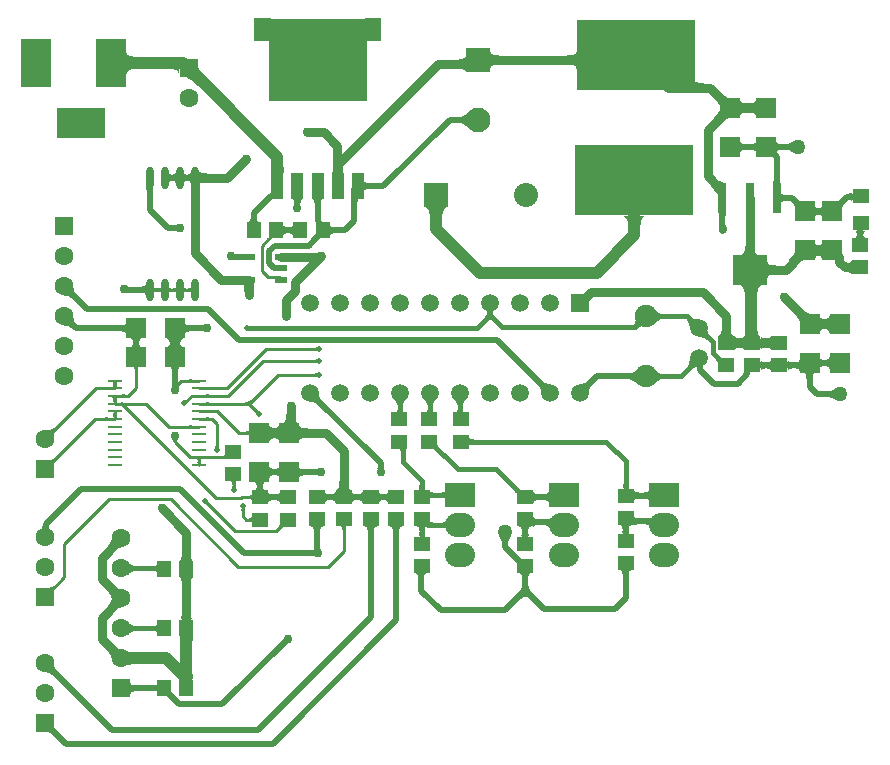
<source format=gtl>
G04*
G04 #@! TF.GenerationSoftware,Altium Limited,Altium Designer,23.10.1 (27)*
G04*
G04 Layer_Physical_Order=1*
G04 Layer_Color=255*
%FSLAX25Y25*%
%MOIN*%
G70*
G04*
G04 #@! TF.SameCoordinates,35A5512B-BB22-45A0-ACD4-C44AAE3452D1*
G04*
G04*
G04 #@! TF.FilePolarity,Positive*
G04*
G01*
G75*
%ADD10C,0.01000*%
%ADD22R,0.06693X0.06693*%
%ADD23R,0.04724X0.05512*%
%ADD24R,0.05512X0.04724*%
%ADD25R,0.06693X0.06693*%
%ADD26R,0.04572X0.01066*%
%ADD27R,0.11811X0.10000*%
%ADD28R,0.02756X0.10000*%
%ADD31R,0.03937X0.02362*%
%ADD32O,0.02362X0.07480*%
%ADD33R,0.05500X0.05000*%
%ADD34R,0.39370X0.23622*%
%ADD47C,0.05900*%
%ADD48R,0.05900X0.05900*%
%ADD64R,0.32795X0.27520*%
%ADD65R,0.04213X0.08504*%
%ADD66C,0.02000*%
%ADD67C,0.01500*%
%ADD68C,0.04000*%
%ADD69C,0.03000*%
%ADD70R,0.10000X0.08000*%
%ADD71O,0.10000X0.08000*%
%ADD72R,0.06299X0.06299*%
%ADD73C,0.06299*%
%ADD74R,0.16000X0.10000*%
%ADD75R,0.10000X0.16000*%
%ADD76C,0.05906*%
%ADD77C,0.07500*%
%ADD78C,0.08268*%
%ADD79R,0.08268X0.08268*%
%ADD80R,0.08000X0.08000*%
%ADD81C,0.08000*%
%ADD82C,0.03000*%
%ADD83C,0.05000*%
%ADD84C,0.02000*%
G36*
X127260Y238254D02*
X121748D01*
Y245774D01*
X127260D01*
Y238254D01*
D02*
G37*
G36*
X90646D02*
X84740D01*
Y245774D01*
X90646D01*
Y238254D01*
D02*
G37*
G36*
X192339Y229000D02*
X192309Y229285D01*
X192218Y229540D01*
X192068Y229765D01*
X191857Y229960D01*
X191586Y230125D01*
X191255Y230260D01*
X190863Y230365D01*
X190411Y230440D01*
X189899Y230485D01*
X189327Y230500D01*
Y233500D01*
X189899Y233515D01*
X190411Y233560D01*
X190863Y233635D01*
X191255Y233740D01*
X191586Y233875D01*
X191857Y234040D01*
X192068Y234235D01*
X192218Y234460D01*
X192309Y234715D01*
X192339Y235000D01*
Y229000D01*
D02*
G37*
G36*
X163640Y234715D02*
X163730Y234460D01*
X163881Y234235D01*
X164092Y234040D01*
X164363Y233875D01*
X164694Y233740D01*
X165086Y233635D01*
X165538Y233560D01*
X166050Y233515D01*
X166622Y233500D01*
Y230500D01*
X166050Y230485D01*
X165538Y230440D01*
X165086Y230365D01*
X164694Y230260D01*
X164363Y230125D01*
X164092Y229960D01*
X163881Y229765D01*
X163730Y229540D01*
X163640Y229285D01*
X163610Y229000D01*
Y235000D01*
X163640Y234715D01*
D02*
G37*
G36*
X155378Y227878D02*
X155348Y228104D01*
X155258Y228306D01*
X155108Y228485D01*
X154898Y228639D01*
X154628Y228770D01*
X154298Y228877D01*
X153908Y228960D01*
X153458Y229020D01*
X152948Y229056D01*
X152378Y229067D01*
Y232067D01*
X152950Y232082D01*
X153461Y232127D01*
X153913Y232202D01*
X154304Y232307D01*
X154636Y232442D01*
X154907Y232607D01*
X155118Y232802D01*
X155269Y233027D01*
X155359Y233282D01*
X155390Y233567D01*
X155378Y227878D01*
D02*
G37*
G36*
X56722Y232992D02*
X58522Y232878D01*
X58962Y232809D01*
X59322Y232726D01*
X59602Y232626D01*
X59802Y232512D01*
X59922Y232382D01*
X59962Y232238D01*
X59974Y227000D01*
X59934Y227380D01*
X59812Y227720D01*
X59611Y228020D01*
X59330Y228280D01*
X58969Y228500D01*
X58528Y228680D01*
X58007Y228820D01*
X57405Y228920D01*
X56724Y228980D01*
X55962Y229000D01*
Y233000D01*
X56722Y232992D01*
D02*
G37*
G36*
X42244Y234620D02*
X42364Y234280D01*
X42565Y233980D01*
X42846Y233720D01*
X43207Y233500D01*
X43648Y233320D01*
X44170Y233180D01*
X44772Y233080D01*
X45454Y233020D01*
X46216Y233000D01*
Y229000D01*
X45454Y228980D01*
X44772Y228920D01*
X44170Y228820D01*
X43648Y228680D01*
X43207Y228500D01*
X42846Y228280D01*
X42565Y228020D01*
X42364Y227720D01*
X42244Y227380D01*
X42204Y227000D01*
Y235000D01*
X42244Y234620D01*
D02*
G37*
G36*
X66011Y231308D02*
X65898Y230940D01*
Y230516D01*
X66011Y230035D01*
X66238Y229498D01*
X66577Y228904D01*
X67030Y228253D01*
X67595Y227546D01*
X69066Y225962D01*
X66238Y223134D01*
X65417Y223926D01*
X63947Y225170D01*
X63296Y225623D01*
X62702Y225962D01*
X62165Y226189D01*
X61684Y226302D01*
X61260D01*
X60892Y226189D01*
X60581Y225962D01*
X66238Y231619D01*
X66011Y231308D01*
D02*
G37*
G36*
X231692Y225404D02*
X231783Y225149D01*
X231934Y224924D01*
X232145Y224729D01*
X232416Y224564D01*
X232748Y224429D01*
X233139Y224324D01*
X233590Y224249D01*
X234102Y224204D01*
X234673Y224189D01*
Y221189D01*
X231673Y221701D01*
X231661Y225689D01*
X231692Y225404D01*
D02*
G37*
G36*
X252166Y212996D02*
X252136Y213281D01*
X252046Y213536D01*
X251896Y213761D01*
X251686Y213956D01*
X251415Y214121D01*
X251086Y214256D01*
X250696Y214361D01*
X250246Y214436D01*
X249736Y214481D01*
X249499Y214487D01*
X249262Y214481D01*
X248750Y214436D01*
X248298Y214361D01*
X247907Y214256D01*
X247575Y214121D01*
X247304Y213956D01*
X247094Y213761D01*
X246943Y213536D01*
X246853Y213281D01*
X246822Y212996D01*
Y218996D01*
X246853Y218711D01*
X246943Y218456D01*
X247094Y218231D01*
X247304Y218036D01*
X247575Y217871D01*
X247907Y217736D01*
X248298Y217631D01*
X248750Y217556D01*
X249262Y217511D01*
X249499Y217505D01*
X249736Y217511D01*
X250246Y217556D01*
X250696Y217631D01*
X251086Y217736D01*
X251415Y217871D01*
X251686Y218036D01*
X251896Y218231D01*
X252046Y218456D01*
X252136Y218711D01*
X252166Y218996D01*
Y212996D01*
D02*
G37*
G36*
X240781Y220858D02*
X241884Y219924D01*
X242372Y219585D01*
X242817Y219331D01*
X243220Y219161D01*
X243581Y219076D01*
X243899D01*
X244175Y219161D01*
X244408Y219331D01*
X241074Y215996D01*
X244408Y212662D01*
X244175Y212831D01*
X243899Y212916D01*
X243581D01*
X243220Y212831D01*
X242817Y212662D01*
X242372Y212407D01*
X241884Y212068D01*
X241354Y211643D01*
X240165Y210540D01*
X238044Y212662D01*
X238638Y213277D01*
X239572Y214380D01*
X239911Y214868D01*
X240165Y215313D01*
X240335Y215716D01*
X240401Y215996D01*
X240335Y216276D01*
X240165Y216679D01*
X239911Y217124D01*
X239572Y217612D01*
X239147Y218143D01*
X238044Y219331D01*
X240165Y221452D01*
X240781Y220858D01*
D02*
G37*
G36*
X156548Y209106D02*
X156178Y209466D01*
X155450Y210072D01*
X155091Y210318D01*
X154735Y210527D01*
X154383Y210697D01*
X154034Y210830D01*
X153689Y210924D01*
X153347Y210981D01*
X153009Y211000D01*
Y213000D01*
X153347Y213019D01*
X153689Y213076D01*
X154034Y213170D01*
X154383Y213303D01*
X154735Y213473D01*
X155091Y213682D01*
X155450Y213928D01*
X155812Y214212D01*
X156178Y214534D01*
X156548Y214894D01*
Y209106D01*
D02*
G37*
G36*
X264212Y201253D02*
X264060Y201396D01*
X263897Y201523D01*
X263723Y201636D01*
X263539Y201733D01*
X263344Y201816D01*
X263138Y201884D01*
X262921Y201936D01*
X262694Y201974D01*
X262456Y201996D01*
X262207Y202004D01*
X262210Y204004D01*
X262459Y204011D01*
X262697Y204034D01*
X262925Y204071D01*
X263141Y204124D01*
X263348Y204191D01*
X263543Y204274D01*
X263727Y204371D01*
X263901Y204483D01*
X264065Y204610D01*
X264217Y204753D01*
X264212Y201253D01*
D02*
G37*
G36*
X258854Y204814D02*
X258914Y204644D01*
X259014Y204494D01*
X259154Y204364D01*
X259334Y204254D01*
X259554Y204164D01*
X259814Y204094D01*
X260114Y204044D01*
X260454Y204014D01*
X260835Y204004D01*
Y202004D01*
X260454Y201994D01*
X260114Y201964D01*
X259814Y201914D01*
X259554Y201844D01*
X259334Y201754D01*
X259154Y201644D01*
X259014Y201514D01*
X258914Y201364D01*
X258854Y201194D01*
X258835Y201004D01*
Y205004D01*
X258854Y204814D01*
D02*
G37*
G36*
X252178Y201004D02*
X252157Y201194D01*
X252097Y201364D01*
X251996Y201514D01*
X251856Y201644D01*
X251675Y201754D01*
X251453Y201844D01*
X251192Y201914D01*
X250890Y201964D01*
X250548Y201994D01*
X250166Y202004D01*
Y204004D01*
X250548Y204014D01*
X250890Y204044D01*
X251192Y204094D01*
X251453Y204164D01*
X251675Y204254D01*
X251856Y204364D01*
X251996Y204494D01*
X252097Y204644D01*
X252157Y204814D01*
X252178Y205004D01*
Y201004D01*
D02*
G37*
G36*
X246854Y204814D02*
X246914Y204644D01*
X247014Y204494D01*
X247154Y204364D01*
X247335Y204254D01*
X247554Y204164D01*
X247814Y204094D01*
X248114Y204044D01*
X248454Y204014D01*
X248834Y204004D01*
Y202004D01*
X248454Y201994D01*
X248114Y201964D01*
X247814Y201914D01*
X247554Y201844D01*
X247335Y201754D01*
X247154Y201644D01*
X247014Y201514D01*
X246914Y201364D01*
X246854Y201194D01*
X246834Y201004D01*
Y205004D01*
X246854Y204814D01*
D02*
G37*
G36*
X114304Y196656D02*
X114421Y194976D01*
X114475Y194706D01*
X114538Y194496D01*
X114611Y194346D01*
X114694Y194256D01*
X114787Y194226D01*
X110599D01*
X110732Y194256D01*
X110851Y194346D01*
X110956Y194496D01*
X111047Y194706D01*
X111124Y194976D01*
X111187Y195306D01*
X111236Y195696D01*
X111292Y196656D01*
X111299Y197226D01*
X114299D01*
X114304Y196656D01*
D02*
G37*
G36*
X94709Y194226D02*
X90520D01*
X90538Y194266D01*
X90554Y194386D01*
X90568Y194586D01*
X90613Y197466D01*
X90614Y198226D01*
X94614D01*
X94709Y194226D01*
D02*
G37*
G36*
X63833Y193760D02*
X63940Y193762D01*
Y191639D01*
X63898Y191651D01*
X63833Y191658D01*
Y190701D01*
X63813Y190891D01*
X63752Y191061D01*
X63652Y191211D01*
X63511Y191341D01*
X63330Y191451D01*
X63108Y191541D01*
X62847Y191611D01*
X62545Y191661D01*
X62500Y191665D01*
X62455Y191661D01*
X62153Y191611D01*
X61892Y191541D01*
X61670Y191451D01*
X61489Y191341D01*
X61348Y191211D01*
X61248Y191061D01*
X61187Y190891D01*
X61167Y190701D01*
Y191698D01*
X60882Y191701D01*
Y193701D01*
X61167Y193707D01*
Y194701D01*
X61187Y194511D01*
X61248Y194341D01*
X61348Y194191D01*
X61489Y194061D01*
X61670Y193951D01*
X61892Y193861D01*
X62153Y193791D01*
X62455Y193741D01*
X62500Y193737D01*
X62545Y193741D01*
X62847Y193791D01*
X63108Y193861D01*
X63330Y193951D01*
X63511Y194061D01*
X63652Y194191D01*
X63752Y194341D01*
X63813Y194511D01*
X63833Y194701D01*
Y193760D01*
D02*
G37*
G36*
X58833Y190701D02*
X58813Y190891D01*
X58752Y191061D01*
X58652Y191211D01*
X58511Y191341D01*
X58330Y191451D01*
X58109Y191541D01*
X57847Y191611D01*
X57545Y191661D01*
X57500Y191665D01*
X57455Y191661D01*
X57153Y191611D01*
X56892Y191541D01*
X56670Y191451D01*
X56489Y191341D01*
X56348Y191211D01*
X56248Y191061D01*
X56187Y190891D01*
X56167Y190701D01*
Y194701D01*
X56187Y194511D01*
X56248Y194341D01*
X56348Y194191D01*
X56489Y194061D01*
X56670Y193951D01*
X56892Y193861D01*
X57153Y193791D01*
X57455Y193741D01*
X57500Y193737D01*
X57545Y193741D01*
X57847Y193791D01*
X58109Y193861D01*
X58330Y193951D01*
X58511Y194061D01*
X58652Y194191D01*
X58752Y194341D01*
X58813Y194511D01*
X58833Y194701D01*
Y190701D01*
D02*
G37*
G36*
X260059Y192608D02*
X260147Y191488D01*
X260187Y191308D01*
X260234Y191168D01*
X260289Y191068D01*
X260351Y191008D01*
X260421Y190988D01*
X257689D01*
X257759Y191008D01*
X257821Y191068D01*
X257876Y191168D01*
X257923Y191308D01*
X257964Y191488D01*
X257997Y191708D01*
X258040Y192268D01*
X258055Y192988D01*
X260055D01*
X260059Y192608D01*
D02*
G37*
G36*
X66103Y195412D02*
X66196Y195158D01*
X66351Y194933D01*
X66569Y194739D01*
X66849Y194575D01*
X67190Y194440D01*
X67594Y194335D01*
X68060Y194261D01*
X68589Y194216D01*
X69179Y194201D01*
Y191201D01*
X68589Y191186D01*
X68060Y191141D01*
X67594Y191066D01*
X67190Y190962D01*
X66849Y190827D01*
X66569Y190662D01*
X66351Y190468D01*
X66196Y190244D01*
X66103Y189989D01*
X66072Y189705D01*
Y195696D01*
X66103Y195412D01*
D02*
G37*
G36*
X121488Y191796D02*
X121549Y191626D01*
X121649Y191476D01*
X121790Y191346D01*
X121971Y191236D01*
X122193Y191146D01*
X122454Y191076D01*
X122756Y191026D01*
X123098Y190996D01*
X123480Y190986D01*
Y188986D01*
X123098Y188976D01*
X122756Y188946D01*
X122454Y188896D01*
X122193Y188826D01*
X121971Y188736D01*
X121790Y188626D01*
X121649Y188496D01*
X121549Y188346D01*
X121488Y188176D01*
X121468Y187986D01*
Y191986D01*
X121488Y191796D01*
D02*
G37*
G36*
X94022Y188556D02*
X93796Y188259D01*
X93740Y188174D01*
X93695Y188094D01*
X93660Y188021D01*
X93634Y187954D01*
X93619Y187894D01*
X93614Y187841D01*
X91614D01*
X91609Y187894D01*
X91594Y187954D01*
X91569Y188021D01*
X91533Y188094D01*
X91488Y188174D01*
X91433Y188259D01*
X91292Y188451D01*
X91110Y188668D01*
X94118D01*
X94022Y188556D01*
D02*
G37*
G36*
X51113Y189753D02*
X51089Y189637D01*
X51068Y189488D01*
X51035Y189091D01*
X51001Y187903D01*
X51000Y187524D01*
X49000D01*
X48999Y187903D01*
X48887Y189753D01*
X48861Y189837D01*
X51139D01*
X51113Y189753D01*
D02*
G37*
G36*
X238756Y192706D02*
X239584Y192027D01*
X239989Y191752D01*
X240389Y191518D01*
X240784Y191327D01*
X241174Y191179D01*
X241558Y191073D01*
X241937Y191009D01*
X242311Y190988D01*
X239591Y185501D01*
X239685Y185808D01*
X239687Y186165D01*
X239597Y186571D01*
X239416Y187027D01*
X239142Y187532D01*
X238777Y188087D01*
X238319Y188692D01*
X237130Y190051D01*
X236397Y190805D01*
X238335Y193109D01*
X238756Y192706D01*
D02*
G37*
G36*
X282249Y184830D02*
X281852Y184419D01*
X281227Y183683D01*
X280999Y183357D01*
X280828Y183060D01*
X280714Y182791D01*
X280656Y182551D01*
X280655Y182340D01*
X280711Y182157D01*
X280822Y182002D01*
X278006Y184818D01*
X278161Y184707D01*
X278344Y184651D01*
X278555Y184652D01*
X278795Y184710D01*
X279064Y184825D01*
X279361Y184995D01*
X279686Y185223D01*
X280041Y185507D01*
X280835Y186245D01*
X282249Y184830D01*
D02*
G37*
G36*
X284274Y184577D02*
X284256Y184737D01*
X284200Y184880D01*
X284107Y185006D01*
X283978Y185115D01*
X283811Y185207D01*
X283607Y185283D01*
X283366Y185342D01*
X283088Y185384D01*
X282773Y185409D01*
X282422Y185418D01*
Y187418D01*
X282773Y187426D01*
X283088Y187451D01*
X283366Y187493D01*
X283607Y187552D01*
X283811Y187628D01*
X283978Y187720D01*
X284107Y187829D01*
X284200Y187955D01*
X284256Y188098D01*
X284274Y188258D01*
Y184577D01*
D02*
G37*
G36*
X260429Y187810D02*
X260490Y187640D01*
X260590Y187490D01*
X260731Y187360D01*
X260912Y187250D01*
X261133Y187160D01*
X261395Y187090D01*
X261697Y187040D01*
X262039Y187010D01*
X262421Y187000D01*
Y185000D01*
X262039Y184990D01*
X261697Y184960D01*
X261395Y184910D01*
X261133Y184840D01*
X260912Y184750D01*
X260731Y184640D01*
X260590Y184510D01*
X260490Y184360D01*
X260429Y184190D01*
X260409Y184000D01*
Y188000D01*
X260429Y187810D01*
D02*
G37*
G36*
X120089Y185737D02*
X119920Y185677D01*
X119770Y185575D01*
X119640Y185434D01*
X119529Y185253D01*
X119439Y185032D01*
X119369Y184771D01*
X119319Y184469D01*
X119290Y184128D01*
X119280Y183746D01*
X117280D01*
X117291Y185746D01*
X120280Y185758D01*
X120089Y185737D01*
D02*
G37*
G36*
X107830Y185738D02*
X107660Y185678D01*
X107510Y185577D01*
X107380Y185436D01*
X107270Y185255D01*
X107180Y185034D01*
X107110Y184772D01*
X107060Y184471D01*
X107030Y184128D01*
X107020Y183746D01*
X105020D01*
X105010Y184128D01*
X104980Y184471D01*
X104930Y184772D01*
X104860Y185034D01*
X104770Y185255D01*
X104660Y185436D01*
X104530Y185577D01*
X104380Y185678D01*
X104210Y185738D01*
X104020Y185758D01*
X108020D01*
X107830Y185738D01*
D02*
G37*
G36*
X101117D02*
X100947Y185678D01*
X100797Y185577D01*
X100667Y185436D01*
X100557Y185255D01*
X100467Y185034D01*
X100397Y184772D01*
X100347Y184471D01*
X100317Y184128D01*
X100307Y183746D01*
X100278D01*
X100247Y183334D01*
X98191Y183764D01*
X98213Y183786D01*
X98233Y183826D01*
X98251Y183882D01*
X98265Y183954D01*
X98278Y184042D01*
X98291Y184198D01*
X98267Y184471D01*
X98217Y184772D01*
X98147Y185034D01*
X98057Y185255D01*
X97947Y185436D01*
X97817Y185577D01*
X97667Y185678D01*
X97497Y185738D01*
X97307Y185758D01*
X101307D01*
X101117Y185738D01*
D02*
G37*
G36*
X274166Y179496D02*
X274146Y179686D01*
X274086Y179856D01*
X273986Y180006D01*
X273846Y180136D01*
X273665Y180246D01*
X273446Y180336D01*
X273186Y180406D01*
X272997Y180437D01*
X272808Y180406D01*
X272547Y180336D01*
X272325Y180246D01*
X272144Y180136D01*
X272004Y180006D01*
X271903Y179856D01*
X271843Y179686D01*
X271822Y179496D01*
Y183496D01*
X271843Y183306D01*
X271903Y183136D01*
X272004Y182986D01*
X272144Y182856D01*
X272325Y182746D01*
X272547Y182656D01*
X272808Y182586D01*
X272997Y182555D01*
X273186Y182586D01*
X273446Y182656D01*
X273665Y182746D01*
X273846Y182856D01*
X273986Y182986D01*
X274086Y183136D01*
X274146Y183306D01*
X274166Y183496D01*
Y179496D01*
D02*
G37*
G36*
X265527Y185893D02*
X266441Y185118D01*
X266689Y184953D01*
X266908Y184835D01*
X267100Y184764D01*
X267263Y184739D01*
X267398Y184761D01*
X267505Y184830D01*
X265165Y182492D01*
X265235Y182598D01*
X265257Y182733D01*
X265232Y182896D01*
X265161Y183088D01*
X265043Y183308D01*
X264878Y183555D01*
X264667Y183832D01*
X264103Y184469D01*
X263751Y184830D01*
X265165Y186245D01*
X265527Y185893D01*
D02*
G37*
G36*
X242247Y180992D02*
X242189Y180932D01*
X242138Y180832D01*
X242094Y180692D01*
X242057Y180512D01*
X242027Y180292D01*
X241986Y179732D01*
X241972Y179012D01*
X239972D01*
X239968Y179392D01*
X239910Y180292D01*
X239874Y180512D01*
X239831Y180692D01*
X239780Y180832D01*
X239721Y180932D01*
X239654Y180992D01*
X239579Y181012D01*
X242311D01*
X242247Y180992D01*
D02*
G37*
G36*
X149110Y182972D02*
X148772Y182852D01*
X148474Y182652D01*
X148216Y182372D01*
X147997Y182012D01*
X147818Y181572D01*
X147679Y181052D01*
X147580Y180452D01*
X147520Y179772D01*
X147500Y179012D01*
X143500D01*
X143480Y179772D01*
X143421Y180452D01*
X143321Y181052D01*
X143182Y181572D01*
X143003Y182012D01*
X142784Y182372D01*
X142526Y182652D01*
X142228Y182852D01*
X141890Y182972D01*
X141512Y183012D01*
X149488D01*
X149110Y182972D01*
D02*
G37*
G36*
X85752Y179603D02*
X85782Y179263D01*
X85833Y178963D01*
X85903Y178703D01*
X85992Y178483D01*
X86102Y178303D01*
X86233Y178163D01*
X86383Y178063D01*
X86553Y178003D01*
X86743Y177983D01*
X82743D01*
X82933Y178003D01*
X83103Y178063D01*
X83253Y178163D01*
X83382Y178303D01*
X83492Y178483D01*
X83583Y178703D01*
X83653Y178963D01*
X83702Y179263D01*
X83732Y179603D01*
X83742Y179983D01*
X85742D01*
X85752Y179603D01*
D02*
G37*
G36*
X241973Y177371D02*
X242019Y176610D01*
X242030Y176590D01*
X239931Y176552D01*
X239938Y176569D01*
X239946Y176603D01*
X239952Y176654D01*
X239962Y176808D01*
X239972Y177493D01*
X241972Y177542D01*
X241973Y177371D01*
D02*
G37*
G36*
X97904Y173239D02*
X97884Y173429D01*
X97824Y173599D01*
X97723Y173749D01*
X97582Y173879D01*
X97401Y173989D01*
X97180Y174079D01*
X96918Y174149D01*
X96617Y174199D01*
X96275Y174229D01*
X96233Y174231D01*
X96191Y174229D01*
X95849Y174199D01*
X95547Y174149D01*
X95285Y174079D01*
X95064Y173989D01*
X94883Y173879D01*
X94742Y173749D01*
X94642Y173599D01*
X94581Y173429D01*
X94561Y173239D01*
Y177239D01*
X94581Y177049D01*
X94642Y176879D01*
X94742Y176729D01*
X94883Y176599D01*
X95064Y176489D01*
X95285Y176399D01*
X95547Y176329D01*
X95849Y176279D01*
X96191Y176249D01*
X96233Y176248D01*
X96275Y176249D01*
X96617Y176279D01*
X96918Y176329D01*
X97180Y176399D01*
X97401Y176489D01*
X97582Y176599D01*
X97723Y176729D01*
X97824Y176879D01*
X97884Y177049D01*
X97904Y177239D01*
Y173239D01*
D02*
G37*
G36*
X215226Y179941D02*
X214886Y179820D01*
X214586Y179620D01*
X214326Y179339D01*
X214106Y178978D01*
X213926Y178536D01*
X213786Y178015D01*
X213686Y177413D01*
X213626Y176731D01*
X213606Y175969D01*
X209606D01*
X209586Y176731D01*
X209526Y177413D01*
X209426Y178015D01*
X209286Y178536D01*
X209106Y178978D01*
X208886Y179339D01*
X208626Y179620D01*
X208326Y179820D01*
X207986Y179941D01*
X207606Y179981D01*
X215606D01*
X215226Y179941D01*
D02*
G37*
G36*
X58929Y174950D02*
X58911Y174960D01*
X58875Y174968D01*
X58823Y174976D01*
X58668Y174987D01*
X58153Y174999D01*
X57982Y175000D01*
Y177000D01*
X58929Y177050D01*
Y174950D01*
D02*
G37*
G36*
X110081Y177049D02*
X110142Y176879D01*
X110242Y176729D01*
X110383Y176599D01*
X110564Y176489D01*
X110785Y176399D01*
X111047Y176329D01*
X111349Y176279D01*
X111691Y176249D01*
X112073Y176239D01*
Y174239D01*
X111691Y174229D01*
X111349Y174199D01*
X111047Y174149D01*
X110785Y174079D01*
X110564Y173989D01*
X110383Y173879D01*
X110242Y173749D01*
X110142Y173599D01*
X110081Y173429D01*
X110061Y173239D01*
Y177239D01*
X110081Y177049D01*
D02*
G37*
G36*
X288680Y175004D02*
X288510Y174943D01*
X288360Y174843D01*
X288230Y174702D01*
X288120Y174521D01*
X288030Y174300D01*
X287960Y174038D01*
X287922Y173810D01*
X287960Y173582D01*
X288030Y173320D01*
X288120Y173099D01*
X288230Y172918D01*
X288360Y172777D01*
X288510Y172676D01*
X288680Y172616D01*
X288870Y172596D01*
X284870D01*
X285060Y172616D01*
X285230Y172676D01*
X285380Y172777D01*
X285510Y172918D01*
X285620Y173099D01*
X285710Y173320D01*
X285780Y173582D01*
X285818Y173810D01*
X285780Y174038D01*
X285710Y174300D01*
X285620Y174521D01*
X285510Y174702D01*
X285380Y174843D01*
X285230Y174943D01*
X285060Y175004D01*
X284870Y175024D01*
X288870D01*
X288680Y175004D01*
D02*
G37*
G36*
X91287Y172508D02*
X91210Y172563D01*
X91119Y172590D01*
X91014Y172589D01*
X90894Y172559D01*
X90759Y172502D01*
X90611Y172415D01*
X90448Y172301D01*
X90271Y172159D01*
X89873Y171788D01*
X89166Y172495D01*
X89365Y172702D01*
X89678Y173071D01*
X89793Y173234D01*
X89879Y173382D01*
X89936Y173517D01*
X89966Y173636D01*
X89967Y173742D01*
X89940Y173833D01*
X89885Y173910D01*
X91287Y172508D01*
D02*
G37*
G36*
X274178Y170027D02*
X274264Y170019D01*
X274834Y170004D01*
Y167004D01*
X274264Y166989D01*
X274178Y166981D01*
Y165504D01*
X274147Y165789D01*
X274057Y166044D01*
X273906Y166269D01*
X273696Y166464D01*
X273425Y166629D01*
X273093Y166764D01*
X273004Y166788D01*
X272914Y166764D01*
X272585Y166629D01*
X272314Y166464D01*
X272104Y166269D01*
X271954Y166044D01*
X271864Y165789D01*
X271834Y165504D01*
Y166980D01*
X271738Y166989D01*
X271165Y167004D01*
Y170004D01*
X271738Y170019D01*
X271834Y170027D01*
Y171504D01*
X271864Y171219D01*
X271954Y170964D01*
X272104Y170739D01*
X272314Y170544D01*
X272585Y170379D01*
X272914Y170244D01*
X273004Y170220D01*
X273093Y170244D01*
X273425Y170379D01*
X273696Y170544D01*
X273906Y170739D01*
X274057Y170964D01*
X274147Y171219D01*
X274178Y171504D01*
Y170027D01*
D02*
G37*
G36*
X81130Y165071D02*
X81110Y165103D01*
X81050Y165132D01*
X80950Y165157D01*
X80810Y165179D01*
X80630Y165198D01*
X79850Y165233D01*
X79130Y165240D01*
Y166936D01*
X78714Y165240D01*
X77873Y165280D01*
X78237Y167349D01*
X78260Y167328D01*
X78299Y167309D01*
X78355Y167293D01*
X78427Y167279D01*
X78516Y167267D01*
X78742Y167250D01*
X79192Y167240D01*
X79510Y167242D01*
X81050Y167348D01*
X81110Y167377D01*
X81130Y167409D01*
Y165071D01*
D02*
G37*
G36*
X251515Y169418D02*
X251560Y168908D01*
X251635Y168458D01*
X251740Y168068D01*
X251875Y167738D01*
X252040Y167468D01*
X252235Y167258D01*
X252460Y167108D01*
X252715Y167018D01*
X253000Y166988D01*
X247000D01*
X247285Y167018D01*
X247540Y167108D01*
X247765Y167258D01*
X247960Y167468D01*
X248125Y167738D01*
X248260Y168068D01*
X248365Y168458D01*
X248440Y168908D01*
X248485Y169418D01*
X248500Y169988D01*
X251500D01*
X251515Y169418D01*
D02*
G37*
G36*
X278501Y168920D02*
X278893Y168572D01*
X278991Y168670D01*
X279012Y168603D01*
X279063Y168511D01*
X279144Y168393D01*
X279255Y168251D01*
X279853Y167720D01*
X279946Y167669D01*
X280013Y167648D01*
X279901Y167536D01*
X280554Y166865D01*
X279139Y165450D01*
X278846Y165742D01*
X278454Y166089D01*
X278356Y165991D01*
X278335Y166058D01*
X278283Y166151D01*
X278202Y166268D01*
X278092Y166410D01*
X277493Y166941D01*
X277401Y166992D01*
X277333Y167013D01*
X277446Y167126D01*
X276793Y167797D01*
X278207Y169211D01*
X278501Y168920D01*
D02*
G37*
G36*
X269408Y165182D02*
X269176Y165350D01*
X268901Y165434D01*
X268583Y165432D01*
X268223Y165346D01*
X267820Y165175D01*
X267375Y164920D01*
X266886Y164579D01*
X266355Y164154D01*
X265165Y163048D01*
X263044Y165170D01*
X263639Y165786D01*
X264575Y166890D01*
X264916Y167378D01*
X265172Y167824D01*
X265342Y168227D01*
X265428Y168587D01*
X265430Y168905D01*
X265346Y169180D01*
X265178Y169412D01*
X269408Y165182D01*
D02*
G37*
G36*
X284008Y160504D02*
X283985Y160651D01*
X283916Y160783D01*
X283802Y160899D01*
X283642Y160999D01*
X283436Y161084D01*
X283185Y161153D01*
X282888Y161208D01*
X282545Y161246D01*
X282157Y161269D01*
X281723Y161277D01*
Y164277D01*
X282157Y164285D01*
X282888Y164347D01*
X283185Y164401D01*
X283436Y164470D01*
X283642Y164555D01*
X283802Y164656D01*
X283916Y164772D01*
X283985Y164903D01*
X284008Y165050D01*
Y160504D01*
D02*
G37*
G36*
X255912Y164715D02*
X256002Y164460D01*
X256153Y164235D01*
X256363Y164040D01*
X256634Y163875D01*
X256966Y163740D01*
X257357Y163635D01*
X257809Y163560D01*
X258321Y163515D01*
X258893Y163500D01*
Y160500D01*
X258321Y160485D01*
X257809Y160440D01*
X257357Y160365D01*
X256966Y160260D01*
X256634Y160125D01*
X256363Y159960D01*
X256153Y159765D01*
X256002Y159540D01*
X255912Y159285D01*
X255882Y159000D01*
Y165000D01*
X255912Y164715D01*
D02*
G37*
G36*
X91957Y159929D02*
Y158441D01*
X91947Y158536D01*
X91917Y158621D01*
X91867Y158696D01*
X91797Y158761D01*
X91707Y158816D01*
X91597Y158861D01*
X91467Y158896D01*
X91317Y158921D01*
X91147Y158936D01*
X90957Y158941D01*
Y159941D01*
X91957Y159929D01*
D02*
G37*
G36*
X53833Y154299D02*
X53823Y154394D01*
X53792Y154479D01*
X53742Y154554D01*
X53671Y154619D01*
X53580Y154674D01*
X53469Y154719D01*
X53337Y154754D01*
X53185Y154779D01*
X53013Y154794D01*
X52829Y154799D01*
X52493Y154797D01*
X51603Y154738D01*
X51531Y154719D01*
X51420Y154674D01*
X51329Y154619D01*
X51258Y154554D01*
X51208Y154479D01*
X51177Y154394D01*
X51167Y154299D01*
Y154709D01*
X50988Y154698D01*
X50859Y154666D01*
X50766Y154631D01*
X50707Y154592D01*
Y156007D01*
X50766Y155967D01*
X50859Y155932D01*
X50988Y155901D01*
X51152Y155874D01*
X51167Y155872D01*
Y156299D01*
X51177Y156204D01*
X51208Y156119D01*
X51258Y156044D01*
X51329Y155979D01*
X51420Y155924D01*
X51531Y155879D01*
X51663Y155844D01*
X51774Y155826D01*
X52493Y155801D01*
X52829Y155799D01*
X53013Y155804D01*
X53185Y155819D01*
X53337Y155844D01*
X53469Y155879D01*
X53580Y155924D01*
X53671Y155979D01*
X53742Y156044D01*
X53792Y156119D01*
X53823Y156204D01*
X53833Y156299D01*
Y154299D01*
D02*
G37*
G36*
X84948Y157561D02*
X84863Y157471D01*
X84788Y157321D01*
X84723Y157111D01*
X84668Y156841D01*
X84623Y156511D01*
X84563Y155671D01*
X84543Y154591D01*
X81543D01*
X81539Y155161D01*
X81395Y157111D01*
X81341Y157321D01*
X81279Y157471D01*
X81209Y157561D01*
X81130Y157591D01*
X85043D01*
X84948Y157561D01*
D02*
G37*
G36*
X42660Y156461D02*
X42698Y156448D01*
X42753Y156437D01*
X42824Y156427D01*
X43016Y156412D01*
X43600Y156400D01*
X43419Y154400D01*
X42498Y154381D01*
X42639Y156476D01*
X42660Y156461D01*
D02*
G37*
G36*
X63833Y154299D02*
X63823Y154394D01*
X63792Y154479D01*
X63742Y154554D01*
X63671Y154619D01*
X63580Y154674D01*
X63468Y154719D01*
X63337Y154754D01*
X63185Y154779D01*
X63013Y154794D01*
X62821Y154799D01*
Y155799D01*
X63013Y155804D01*
X63185Y155819D01*
X63337Y155844D01*
X63468Y155879D01*
X63580Y155924D01*
X63671Y155979D01*
X63742Y156044D01*
X63792Y156119D01*
X63823Y156204D01*
X63833Y156299D01*
Y154299D01*
D02*
G37*
G36*
X61177Y156204D02*
X61208Y156119D01*
X61258Y156044D01*
X61329Y155979D01*
X61420Y155924D01*
X61532Y155879D01*
X61663Y155844D01*
X61815Y155819D01*
X61987Y155804D01*
X62179Y155799D01*
Y154799D01*
X61987Y154794D01*
X61815Y154779D01*
X61663Y154754D01*
X61532Y154719D01*
X61420Y154674D01*
X61329Y154619D01*
X61258Y154554D01*
X61208Y154479D01*
X61177Y154394D01*
X61167Y154299D01*
Y156299D01*
X61177Y156204D01*
D02*
G37*
G36*
X58833Y154299D02*
X58823Y154394D01*
X58792Y154479D01*
X58742Y154554D01*
X58671Y154619D01*
X58580Y154674D01*
X58469Y154719D01*
X58337Y154754D01*
X58185Y154779D01*
X58013Y154794D01*
X57821Y154799D01*
Y155799D01*
X58013Y155804D01*
X58185Y155819D01*
X58337Y155844D01*
X58469Y155879D01*
X58580Y155924D01*
X58671Y155979D01*
X58742Y156044D01*
X58792Y156119D01*
X58823Y156204D01*
X58833Y156299D01*
Y154299D01*
D02*
G37*
G36*
X56177Y156204D02*
X56208Y156119D01*
X56258Y156044D01*
X56329Y155979D01*
X56420Y155924D01*
X56532Y155879D01*
X56663Y155844D01*
X56815Y155819D01*
X56987Y155804D01*
X57179Y155799D01*
Y154799D01*
X56987Y154794D01*
X56815Y154779D01*
X56663Y154754D01*
X56532Y154719D01*
X56420Y154674D01*
X56329Y154619D01*
X56258Y154554D01*
X56208Y154479D01*
X56177Y154394D01*
X56167Y154299D01*
Y156299D01*
X56177Y156204D01*
D02*
G37*
G36*
X48833Y153400D02*
X48813Y153590D01*
X48752Y153760D01*
X48652Y153910D01*
X48511Y154040D01*
X48330Y154150D01*
X48109Y154240D01*
X47847Y154310D01*
X47545Y154360D01*
X47203Y154390D01*
X46821Y154400D01*
Y156400D01*
X47203Y156410D01*
X47545Y156440D01*
X47847Y156490D01*
X48109Y156560D01*
X48330Y156650D01*
X48511Y156760D01*
X48652Y156890D01*
X48752Y157040D01*
X48813Y157210D01*
X48833Y157400D01*
Y153400D01*
D02*
G37*
G36*
X254113Y156984D02*
X253773Y156863D01*
X253473Y156663D01*
X253213Y156382D01*
X252993Y156021D01*
X252813Y155580D01*
X252673Y155058D01*
X252573Y154456D01*
X252513Y153774D01*
X252493Y153012D01*
X248493D01*
X248473Y153774D01*
X248413Y154456D01*
X248313Y155058D01*
X248173Y155580D01*
X247993Y156021D01*
X247773Y156382D01*
X247513Y156663D01*
X247213Y156863D01*
X246873Y156984D01*
X246493Y157024D01*
X254493D01*
X254113Y156984D01*
D02*
G37*
G36*
X24656Y156138D02*
X24684Y155820D01*
X24733Y155516D01*
X24802Y155225D01*
X24893Y154948D01*
X25003Y154683D01*
X25135Y154432D01*
X25288Y154195D01*
X25461Y153970D01*
X25655Y153759D01*
X24241Y152345D01*
X24030Y152539D01*
X23805Y152712D01*
X23568Y152865D01*
X23317Y152997D01*
X23052Y153108D01*
X22775Y153198D01*
X22484Y153267D01*
X22180Y153316D01*
X21862Y153343D01*
X21531Y153350D01*
X24649Y156468D01*
X24656Y156138D01*
D02*
G37*
G36*
X276665Y140996D02*
X276636Y141281D01*
X276546Y141536D01*
X276396Y141761D01*
X276186Y141956D01*
X275916Y142121D01*
X275586Y142256D01*
X275196Y142361D01*
X274997Y142394D01*
X274798Y142361D01*
X274407Y142256D01*
X274076Y142121D01*
X273804Y141956D01*
X273593Y141761D01*
X273443Y141536D01*
X273353Y141281D01*
X273322Y140996D01*
Y146996D01*
X273353Y146711D01*
X273443Y146456D01*
X273593Y146231D01*
X273804Y146036D01*
X274076Y145871D01*
X274407Y145736D01*
X274798Y145631D01*
X274997Y145598D01*
X275196Y145631D01*
X275586Y145736D01*
X275916Y145871D01*
X276186Y146036D01*
X276396Y146231D01*
X276546Y146456D01*
X276636Y146711D01*
X276665Y146996D01*
Y140996D01*
D02*
G37*
G36*
X164261Y148515D02*
X164283Y148316D01*
X164725D01*
X164635Y148264D01*
X164554Y148194D01*
X164483Y148107D01*
X164421Y148002D01*
X164369Y147879D01*
X164367Y147873D01*
X164420Y147681D01*
X164515Y147421D01*
X164632Y147169D01*
X164770Y146926D01*
X164929Y146692D01*
X165109Y146467D01*
X165311Y146250D01*
X164561Y144879D01*
X164348Y145070D01*
X164136Y145218D01*
X163924Y145324D01*
X163712Y145388D01*
X163500Y145409D01*
X163288Y145388D01*
X163076Y145324D01*
X162864Y145218D01*
X162652Y145070D01*
X162439Y144879D01*
X161689Y146250D01*
X161891Y146467D01*
X162071Y146692D01*
X162230Y146926D01*
X162368Y147169D01*
X162485Y147421D01*
X162580Y147681D01*
X162633Y147873D01*
X162631Y147879D01*
X162579Y148002D01*
X162517Y148107D01*
X162446Y148194D01*
X162365Y148264D01*
X162275Y148316D01*
X162717D01*
X162739Y148515D01*
X162750Y148811D01*
X164250D01*
X164261Y148515D01*
D02*
G37*
G36*
X218541Y148769D02*
X219242Y148169D01*
X219580Y147925D01*
X219908Y147719D01*
X220229Y147550D01*
X220541Y147419D01*
X220844Y147325D01*
X221138Y147269D01*
X221424Y147250D01*
Y145750D01*
X221138Y145731D01*
X220844Y145675D01*
X220541Y145581D01*
X220229Y145450D01*
X219908Y145281D01*
X219580Y145075D01*
X219242Y144831D01*
X218896Y144550D01*
X218178Y143875D01*
Y149125D01*
X218541Y148769D01*
D02*
G37*
G36*
X266904Y149738D02*
X268936Y148022D01*
X269496Y147652D01*
X269997Y147384D01*
X270439Y147216D01*
X270822Y147149D01*
X271147Y147183D01*
X271412Y147318D01*
X269617Y145905D01*
X270007Y145559D01*
X270099Y145508D01*
X270167Y145487D01*
X268509Y143830D01*
X268488Y143897D01*
X268437Y143989D01*
X268356Y144107D01*
X268245Y144250D01*
X267944Y144589D01*
X266678Y143592D01*
X266863Y143807D01*
X266948Y144081D01*
X266931Y144414D01*
X266814Y144806D01*
X266595Y145256D01*
X266276Y145765D01*
X265855Y146334D01*
X265334Y146961D01*
X263987Y148391D01*
X266109Y150513D01*
X266904Y149738D01*
D02*
G37*
G36*
X61839Y144310D02*
X61899Y144140D01*
X62000Y143990D01*
X62140Y143860D01*
X62322Y143750D01*
X62543Y143660D01*
X62804Y143590D01*
X63106Y143540D01*
X63448Y143510D01*
X63831Y143500D01*
Y141500D01*
X63448Y141490D01*
X63106Y141460D01*
X62804Y141410D01*
X62543Y141340D01*
X62322Y141250D01*
X62140Y141140D01*
X62000Y141010D01*
X61899Y140860D01*
X61839Y140690D01*
X61818Y140500D01*
Y141484D01*
X59556Y141439D01*
Y143561D01*
X59598Y143550D01*
X59698Y143539D01*
X60075Y143522D01*
X61818Y143507D01*
Y144500D01*
X61839Y144310D01*
D02*
G37*
G36*
X214078Y143030D02*
X213903Y143089D01*
X213727Y143122D01*
X213550Y143130D01*
X213373Y143112D01*
X213194Y143069D01*
X213015Y143000D01*
X212834Y142906D01*
X212653Y142786D01*
X212471Y142640D01*
X212288Y142470D01*
X211227Y143530D01*
X211408Y143723D01*
X211563Y143914D01*
X211694Y144104D01*
X211800Y144293D01*
X211882Y144481D01*
X211938Y144667D01*
X211969Y144852D01*
X211976Y145036D01*
X211958Y145219D01*
X211915Y145401D01*
X214078Y143030D01*
D02*
G37*
G36*
X230442Y146138D02*
X230644Y145991D01*
X230867Y145861D01*
X231109Y145750D01*
X231370Y145656D01*
X231651Y145580D01*
X231952Y145521D01*
X232272Y145481D01*
X232611Y145458D01*
X232970Y145453D01*
X230047Y142529D01*
X230042Y142889D01*
X230019Y143228D01*
X229979Y143548D01*
X229920Y143849D01*
X229844Y144130D01*
X229750Y144391D01*
X229639Y144633D01*
X229509Y144855D01*
X229362Y145058D01*
X229198Y145242D01*
X230258Y146302D01*
X230442Y146138D01*
D02*
G37*
G36*
X24656Y146138D02*
X24684Y145820D01*
X24733Y145516D01*
X24802Y145225D01*
X24893Y144948D01*
X25003Y144683D01*
X25135Y144432D01*
X25288Y144195D01*
X25461Y143970D01*
X25655Y143759D01*
X24241Y142345D01*
X24030Y142539D01*
X23805Y142712D01*
X23568Y142865D01*
X23317Y142997D01*
X23052Y143107D01*
X22775Y143198D01*
X22484Y143267D01*
X22180Y143316D01*
X21862Y143343D01*
X21531Y143351D01*
X24649Y146468D01*
X24656Y146138D01*
D02*
G37*
G36*
X67929Y141450D02*
X67910Y141460D01*
X67875Y141468D01*
X67823Y141475D01*
X67668Y141488D01*
X67153Y141499D01*
X66982Y141500D01*
Y143500D01*
X67929Y143550D01*
Y141450D01*
D02*
G37*
G36*
X42182Y140500D02*
X42161Y140690D01*
X42101Y140860D01*
X42000Y141010D01*
X41860Y141140D01*
X41679Y141250D01*
X41457Y141340D01*
X41196Y141410D01*
X40894Y141460D01*
X40552Y141490D01*
X40170Y141500D01*
Y143500D01*
X40552Y143510D01*
X40894Y143540D01*
X41196Y143590D01*
X41457Y143660D01*
X41679Y143750D01*
X41860Y143860D01*
X42000Y143990D01*
X42101Y144140D01*
X42161Y144310D01*
X42182Y144500D01*
Y140500D01*
D02*
G37*
G36*
X243752Y142427D02*
X243851Y141467D01*
X243938Y141077D01*
X244050Y140747D01*
X244187Y140477D01*
X244349Y140267D01*
X244535Y140117D01*
X244747Y140027D01*
X244983Y139997D01*
X239495D01*
X239732Y140027D01*
X239943Y140117D01*
X240130Y140267D01*
X240292Y140477D01*
X240428Y140747D01*
X240540Y141077D01*
X240627Y141467D01*
X240690Y141917D01*
X240727Y142427D01*
X240739Y142997D01*
X243739D01*
X243752Y142427D01*
D02*
G37*
G36*
X252506Y143213D02*
X252605Y141933D01*
X252691Y141413D01*
X252803Y140973D01*
X252939Y140613D01*
X253099Y140333D01*
X253285Y140133D01*
X253495Y140013D01*
X253731Y139973D01*
X248243D01*
X248290Y140013D01*
X248333Y140133D01*
X248371Y140333D01*
X248403Y140613D01*
X248453Y141413D01*
X248493Y143973D01*
X252493D01*
X252506Y143213D01*
D02*
G37*
G36*
X257243Y135273D02*
X257213Y135434D01*
X257123Y135579D01*
X256973Y135706D01*
X256763Y135817D01*
X256493Y135910D01*
X256163Y135987D01*
X255773Y136046D01*
X255527Y136070D01*
X255201Y136046D01*
X254811Y135987D01*
X254481Y135910D01*
X254210Y135817D01*
X254000Y135706D01*
X253851Y135579D01*
X253761Y135434D01*
X253731Y135273D01*
Y139973D01*
X253761Y139812D01*
X253851Y139667D01*
X254000Y139539D01*
X254210Y139429D01*
X254481Y139335D01*
X254811Y139259D01*
X255201Y139199D01*
X255446Y139176D01*
X255773Y139199D01*
X256163Y139259D01*
X256493Y139335D01*
X256763Y139429D01*
X256973Y139539D01*
X257123Y139667D01*
X257213Y139812D01*
X257243Y139973D01*
Y135273D01*
D02*
G37*
G36*
X235958Y142111D02*
X235981Y141772D01*
X236021Y141452D01*
X236080Y141151D01*
X236156Y140870D01*
X236250Y140609D01*
X236361Y140367D01*
X236491Y140145D01*
X236638Y139942D01*
X236803Y139758D01*
X235742Y138698D01*
X235558Y138862D01*
X235355Y139009D01*
X235133Y139139D01*
X234891Y139250D01*
X234630Y139344D01*
X234349Y139420D01*
X234048Y139479D01*
X233728Y139519D01*
X233389Y139542D01*
X233030Y139547D01*
X235953Y142471D01*
X235958Y142111D01*
D02*
G37*
G36*
X47314Y139146D02*
X47144Y139085D01*
X46994Y138986D01*
X46864Y138846D01*
X46754Y138666D01*
X46664Y138446D01*
X46594Y138186D01*
X46544Y137885D01*
X46532Y137748D01*
X46544Y137610D01*
X46594Y137308D01*
X46664Y137047D01*
X46754Y136826D01*
X46864Y136644D01*
X46994Y136504D01*
X47144Y136403D01*
X47314Y136343D01*
X47504Y136322D01*
X43504D01*
X43694Y136343D01*
X43864Y136403D01*
X44014Y136504D01*
X44144Y136644D01*
X44254Y136826D01*
X44344Y137047D01*
X44414Y137308D01*
X44464Y137610D01*
X44476Y137748D01*
X44464Y137885D01*
X44414Y138186D01*
X44344Y138446D01*
X44254Y138666D01*
X44144Y138846D01*
X44014Y138986D01*
X43864Y139085D01*
X43694Y139146D01*
X43504Y139166D01*
X47504D01*
X47314Y139146D01*
D02*
G37*
G36*
X60000Y139178D02*
X61496D01*
X61211Y139147D01*
X60956Y139057D01*
X60731Y138907D01*
X60536Y138696D01*
X60371Y138425D01*
X60236Y138093D01*
X60145Y137753D01*
X60236Y137415D01*
X60371Y137084D01*
X60536Y136814D01*
X60731Y136604D01*
X60956Y136454D01*
X61211Y136364D01*
X61496Y136334D01*
X60000D01*
X59996Y136166D01*
X56996D01*
X56992Y136334D01*
X55496D01*
X55781Y136364D01*
X56036Y136454D01*
X56261Y136604D01*
X56456Y136814D01*
X56621Y137084D01*
X56756Y137415D01*
X56847Y137753D01*
X56756Y138093D01*
X56621Y138425D01*
X56456Y138696D01*
X56261Y138907D01*
X56036Y139057D01*
X55781Y139147D01*
X55496Y139178D01*
X56992D01*
X56996Y139334D01*
X59996D01*
X60000Y139178D01*
D02*
G37*
G36*
X245013Y139834D02*
X245103Y139687D01*
X245253Y139558D01*
X245463Y139445D01*
X245733Y139351D01*
X246063Y139273D01*
X246453Y139213D01*
X246601Y139199D01*
X246773Y139210D01*
X247163Y139269D01*
X247493Y139345D01*
X247763Y139437D01*
X247973Y139546D01*
X248123Y139671D01*
X248213Y139814D01*
X248243Y139973D01*
Y135273D01*
X248213Y135436D01*
X248123Y135583D01*
X247973Y135712D01*
X247763Y135825D01*
X247493Y135919D01*
X247163Y135997D01*
X246773Y136057D01*
X246625Y136072D01*
X246453Y136060D01*
X246063Y136001D01*
X245733Y135925D01*
X245463Y135833D01*
X245253Y135724D01*
X245103Y135599D01*
X245013Y135456D01*
X244983Y135297D01*
Y139997D01*
X245013Y139834D01*
D02*
G37*
G36*
X105786Y134800D02*
X105743Y134838D01*
X105693Y134872D01*
X105636Y134902D01*
X105571Y134928D01*
X105500Y134950D01*
X105421Y134968D01*
X105335Y134982D01*
X105242Y134992D01*
X105034Y135000D01*
Y136000D01*
X105142Y136002D01*
X105335Y136018D01*
X105421Y136032D01*
X105500Y136050D01*
X105571Y136072D01*
X105636Y136098D01*
X105693Y136128D01*
X105743Y136162D01*
X105786Y136200D01*
Y134800D01*
D02*
G37*
G36*
X276678Y129004D02*
X276657Y129194D01*
X276597Y129364D01*
X276497Y129514D01*
X276356Y129644D01*
X276174Y129754D01*
X275953Y129844D01*
X275692Y129914D01*
X275390Y129964D01*
X275048Y129994D01*
X275001Y129995D01*
X274954Y129994D01*
X274614Y129964D01*
X274314Y129914D01*
X274054Y129844D01*
X273834Y129754D01*
X273654Y129644D01*
X273514Y129514D01*
X273414Y129364D01*
X273354Y129194D01*
X273335Y129004D01*
Y133004D01*
X273354Y132814D01*
X273414Y132644D01*
X273514Y132494D01*
X273654Y132364D01*
X273834Y132254D01*
X274054Y132164D01*
X274314Y132094D01*
X274614Y132044D01*
X274954Y132014D01*
X275001Y132013D01*
X275048Y132014D01*
X275390Y132044D01*
X275692Y132094D01*
X275953Y132164D01*
X276174Y132254D01*
X276356Y132364D01*
X276497Y132494D01*
X276597Y132644D01*
X276657Y132814D01*
X276678Y133004D01*
Y129004D01*
D02*
G37*
G36*
X257243Y128142D02*
X257223Y128332D01*
X257163Y128503D01*
X257063Y128653D01*
X256923Y128782D01*
X256743Y128893D01*
X256523Y128982D01*
X256263Y129052D01*
X255963Y129103D01*
X255623Y129132D01*
X255486Y129136D01*
X255348Y129132D01*
X255006Y129103D01*
X254704Y129052D01*
X254443Y128982D01*
X254222Y128893D01*
X254040Y128782D01*
X253900Y128653D01*
X253799Y128503D01*
X253739Y128332D01*
X253718Y128142D01*
Y132142D01*
X253739Y131953D01*
X253799Y131782D01*
X253900Y131632D01*
X254040Y131502D01*
X254222Y131393D01*
X254443Y131302D01*
X254704Y131233D01*
X255006Y131183D01*
X255348Y131152D01*
X255486Y131149D01*
X255623Y131152D01*
X255963Y131183D01*
X256263Y131233D01*
X256523Y131302D01*
X256743Y131393D01*
X256923Y131502D01*
X257063Y131632D01*
X257163Y131782D01*
X257223Y131953D01*
X257243Y132142D01*
Y128142D01*
D02*
G37*
G36*
X266678D02*
X266657Y128332D01*
X266597Y128503D01*
X266496Y128653D01*
X266356Y128782D01*
X266175Y128893D01*
X265953Y128982D01*
X265692Y129052D01*
X265390Y129103D01*
X265048Y129132D01*
X264698Y129142D01*
X264348Y129132D01*
X264006Y129103D01*
X263704Y129052D01*
X263443Y128982D01*
X263222Y128893D01*
X263040Y128782D01*
X262900Y128653D01*
X262799Y128503D01*
X262739Y128332D01*
X262719Y128142D01*
Y132142D01*
X262739Y131953D01*
X262799Y131782D01*
X262900Y131632D01*
X263040Y131502D01*
X263222Y131393D01*
X263443Y131302D01*
X263704Y131233D01*
X264006Y131183D01*
X264348Y131152D01*
X264698Y131143D01*
X265048Y131152D01*
X265390Y131183D01*
X265692Y131233D01*
X265953Y131302D01*
X266175Y131393D01*
X266356Y131502D01*
X266496Y131632D01*
X266597Y131782D01*
X266657Y131953D01*
X266678Y132142D01*
Y128142D01*
D02*
G37*
G36*
X105786Y130800D02*
X105743Y130838D01*
X105693Y130872D01*
X105636Y130902D01*
X105571Y130928D01*
X105500Y130950D01*
X105421Y130968D01*
X105335Y130982D01*
X105242Y130992D01*
X105034Y131000D01*
Y132000D01*
X105142Y132002D01*
X105335Y132018D01*
X105421Y132032D01*
X105500Y132050D01*
X105571Y132072D01*
X105636Y132098D01*
X105693Y132128D01*
X105743Y132162D01*
X105786Y132200D01*
Y130800D01*
D02*
G37*
G36*
X239804Y133280D02*
X240357Y132810D01*
X240601Y132640D01*
X240824Y132511D01*
X241026Y132425D01*
X241206Y132381D01*
X241364Y132380D01*
X241501Y132422D01*
X241617Y132505D01*
X239508Y130396D01*
X239591Y130511D01*
X239632Y130649D01*
X239631Y130807D01*
X239587Y130987D01*
X239502Y131188D01*
X239373Y131411D01*
X239202Y131656D01*
X238989Y131921D01*
X238435Y132517D01*
X239495Y133578D01*
X239804Y133280D01*
D02*
G37*
G36*
X46172Y132234D02*
X46137Y132141D01*
X46106Y132012D01*
X46079Y131848D01*
X46037Y131416D01*
X46006Y130507D01*
X46004Y130134D01*
X45004D01*
X45002Y130507D01*
X44902Y132012D01*
X44871Y132141D01*
X44836Y132234D01*
X44796Y132293D01*
X46211D01*
X46172Y132234D01*
D02*
G37*
G36*
X46409Y129656D02*
X46324Y129625D01*
X46249Y129576D01*
X46184Y129506D01*
X46129Y129416D01*
X46084Y129306D01*
X46049Y129175D01*
X46024Y129025D01*
X46009Y128856D01*
X46004Y128666D01*
X45004D01*
X44999Y128856D01*
X44984Y129025D01*
X44959Y129175D01*
X44924Y129306D01*
X44879Y129416D01*
X44824Y129506D01*
X44759Y129576D01*
X44684Y129625D01*
X44599Y129656D01*
X44504Y129666D01*
X46504D01*
X46409Y129656D01*
D02*
G37*
G36*
X232777Y129741D02*
X234620Y130031D01*
X234589Y129997D01*
X234562Y129938D01*
X234538Y129853D01*
X234517Y129742D01*
X234499Y129606D01*
X234474Y129257D01*
X234459Y128541D01*
X232459D01*
X232457Y128740D01*
X232420Y129221D01*
X232399Y129342D01*
X232372Y129443D01*
X232341Y129524D01*
X232272Y129519D01*
X231952Y129479D01*
X231651Y129420D01*
X231370Y129344D01*
X231109Y129250D01*
X230867Y129139D01*
X230644Y129009D01*
X230442Y128862D01*
X230258Y128698D01*
X229198Y129758D01*
X229362Y129942D01*
X229509Y130145D01*
X229639Y130367D01*
X229750Y130609D01*
X229844Y130870D01*
X229920Y131151D01*
X229979Y131452D01*
X230019Y131772D01*
X230042Y132111D01*
X230047Y132471D01*
X232777Y129741D01*
D02*
G37*
G36*
X59546Y131898D02*
X59535Y131798D01*
X59518Y131421D01*
X59503Y129677D01*
X60496D01*
X60306Y129657D01*
X60136Y129597D01*
X59986Y129497D01*
X59856Y129356D01*
X59746Y129174D01*
X59656Y128953D01*
X59586Y128692D01*
X59536Y128390D01*
X59506Y128048D01*
X59496Y127666D01*
X57496D01*
X57486Y128048D01*
X57456Y128390D01*
X57406Y128692D01*
X57336Y128953D01*
X57246Y129174D01*
X57136Y129356D01*
X57006Y129497D01*
X56856Y129597D01*
X56686Y129657D01*
X56496Y129677D01*
X57480D01*
X57435Y131940D01*
X59557D01*
X59546Y131898D01*
D02*
G37*
G36*
X105786Y126300D02*
X105743Y126338D01*
X105693Y126372D01*
X105636Y126402D01*
X105571Y126428D01*
X105500Y126450D01*
X105421Y126468D01*
X105335Y126482D01*
X105242Y126492D01*
X105034Y126500D01*
Y127500D01*
X105142Y127502D01*
X105335Y127518D01*
X105421Y127532D01*
X105500Y127550D01*
X105571Y127572D01*
X105636Y127598D01*
X105693Y127628D01*
X105743Y127662D01*
X105786Y127700D01*
Y126300D01*
D02*
G37*
G36*
X271810Y127661D02*
X271640Y127601D01*
X271490Y127500D01*
X271360Y127360D01*
X271250Y127179D01*
X271160Y126957D01*
X271090Y126696D01*
X271040Y126394D01*
X271010Y126052D01*
X271000Y125670D01*
X269000D01*
X268990Y126052D01*
X268960Y126394D01*
X268910Y126696D01*
X268840Y126957D01*
X268750Y127179D01*
X268640Y127360D01*
X268510Y127500D01*
X268360Y127601D01*
X268190Y127661D01*
X268000Y127682D01*
X272000D01*
X271810Y127661D01*
D02*
G37*
G36*
X64301Y124554D02*
X63301Y124542D01*
Y125542D01*
X64301Y125596D01*
Y124554D01*
D02*
G37*
G36*
X218541Y128769D02*
X219242Y128169D01*
X219580Y127925D01*
X219908Y127719D01*
X220229Y127550D01*
X220541Y127419D01*
X220844Y127325D01*
X221138Y127269D01*
X221424Y127250D01*
Y125750D01*
X221138Y125731D01*
X220844Y125675D01*
X220541Y125581D01*
X220229Y125450D01*
X219908Y125281D01*
X219580Y125075D01*
X219242Y124831D01*
X218896Y124550D01*
X218178Y123875D01*
Y129125D01*
X218541Y128769D01*
D02*
G37*
G36*
X212822Y123875D02*
X212503Y124184D01*
X212185Y124460D01*
X211866Y124704D01*
X211548Y124915D01*
X211229Y125094D01*
X210910Y125240D01*
X210592Y125354D01*
X210273Y125435D01*
X209955Y125484D01*
X209636Y125500D01*
Y127500D01*
X209955Y127516D01*
X210273Y127565D01*
X210592Y127646D01*
X210910Y127760D01*
X211229Y127906D01*
X211548Y128085D01*
X211866Y128296D01*
X212185Y128540D01*
X212503Y128816D01*
X212822Y129125D01*
Y123875D01*
D02*
G37*
G36*
X39330Y124544D02*
X39245Y124514D01*
X39170Y124464D01*
X39105Y124394D01*
X39050Y124304D01*
X39005Y124194D01*
X38970Y124064D01*
X38945Y123914D01*
X38935Y123794D01*
X38945Y123672D01*
X38970Y123521D01*
X39005Y123389D01*
X39050Y123278D01*
X39105Y123187D01*
X39170Y123116D01*
X39245Y123065D01*
X39330Y123035D01*
X39425Y123025D01*
X37425D01*
X37520Y123035D01*
X37605Y123065D01*
X37680Y123116D01*
X37745Y123187D01*
X37800Y123278D01*
X37845Y123389D01*
X37880Y123521D01*
X37905Y123672D01*
X37916Y123794D01*
X37905Y123914D01*
X37880Y124064D01*
X37845Y124194D01*
X37800Y124304D01*
X37745Y124394D01*
X37680Y124464D01*
X37605Y124514D01*
X37520Y124544D01*
X37425Y124554D01*
X39425D01*
X39330Y124544D01*
D02*
G37*
G36*
X59302Y124021D02*
X59496Y124022D01*
X59499Y123971D01*
X60040Y123833D01*
X59941Y123725D01*
X59859Y123616D01*
X59794Y123507D01*
X59746Y123397D01*
X59715Y123286D01*
X59701Y123174D01*
X59704Y123062D01*
X59724Y122949D01*
X59761Y122835D01*
X59816Y122720D01*
X58722Y123072D01*
X57447Y123068D01*
X57456Y123087D01*
X57465Y123122D01*
X57472Y123174D01*
X57484Y123329D01*
X57496Y123843D01*
X57496Y124014D01*
X58806Y124019D01*
X58912Y124120D01*
X59302Y124021D01*
D02*
G37*
G36*
X36151Y121995D02*
X36141Y121999D01*
X36111Y122002D01*
X36061Y122005D01*
X35151Y122016D01*
Y123016D01*
X36151Y123037D01*
Y121995D01*
D02*
G37*
G36*
X68859Y123033D02*
X68889Y123029D01*
X68939Y123026D01*
X69849Y123016D01*
Y122016D01*
X68849Y121995D01*
Y123037D01*
X68859Y123033D01*
D02*
G37*
G36*
X197421Y123507D02*
X197234Y123305D01*
X197067Y123092D01*
X196920Y122870D01*
X196792Y122637D01*
X196685Y122395D01*
X196598Y122142D01*
X196531Y121879D01*
X196484Y121606D01*
X196457Y121323D01*
X196450Y121029D01*
X193529Y123950D01*
X193823Y123957D01*
X194106Y123984D01*
X194379Y124031D01*
X194642Y124098D01*
X194895Y124185D01*
X195137Y124292D01*
X195370Y124419D01*
X195592Y124567D01*
X195805Y124734D01*
X196007Y124921D01*
X197421Y123507D01*
D02*
G37*
G36*
X181195Y124734D02*
X181408Y124567D01*
X181630Y124419D01*
X181863Y124292D01*
X182106Y124185D01*
X182358Y124098D01*
X182621Y124031D01*
X182894Y123984D01*
X183177Y123957D01*
X183470Y123950D01*
X180550Y121029D01*
X180543Y121323D01*
X180516Y121606D01*
X180469Y121879D01*
X180402Y122142D01*
X180315Y122395D01*
X180208Y122637D01*
X180080Y122870D01*
X179933Y123092D01*
X179766Y123305D01*
X179579Y123507D01*
X180993Y124921D01*
X181195Y124734D01*
D02*
G37*
G36*
X40709Y120474D02*
X40739Y120470D01*
X40789Y120467D01*
X41699Y120457D01*
Y119457D01*
X40699Y119436D01*
Y120478D01*
X40709Y120474D01*
D02*
G37*
G36*
X68859Y120474D02*
X68889Y120470D01*
X68939Y120467D01*
X69849Y120457D01*
Y119457D01*
X68849Y119436D01*
Y120478D01*
X68859Y120474D01*
D02*
G37*
G36*
X278215Y118750D02*
X278062Y118893D01*
X277899Y119020D01*
X277725Y119132D01*
X277541Y119230D01*
X277346Y119313D01*
X277140Y119380D01*
X276923Y119432D01*
X276696Y119470D01*
X276458Y119492D01*
X276209Y119500D01*
Y121500D01*
X276458Y121508D01*
X276696Y121530D01*
X276923Y121567D01*
X277140Y121620D01*
X277346Y121687D01*
X277541Y121770D01*
X277725Y121868D01*
X277899Y121980D01*
X278062Y122108D01*
X278215Y122250D01*
Y118750D01*
D02*
G37*
G36*
X39330Y119426D02*
X39245Y119396D01*
X39170Y119346D01*
X39105Y119276D01*
X39050Y119186D01*
X39005Y119076D01*
X38970Y118946D01*
X38945Y118796D01*
X38935Y118676D01*
X38945Y118554D01*
X38970Y118403D01*
X39005Y118271D01*
X39050Y118160D01*
X39105Y118069D01*
X39170Y117998D01*
X39245Y117947D01*
X39330Y117917D01*
X39425Y117907D01*
X37425D01*
X37520Y117917D01*
X37605Y117947D01*
X37680Y117998D01*
X37745Y118069D01*
X37800Y118160D01*
X37845Y118271D01*
X37880Y118403D01*
X37905Y118554D01*
X37916Y118676D01*
X37905Y118796D01*
X37880Y118946D01*
X37845Y119076D01*
X37800Y119186D01*
X37745Y119276D01*
X37680Y119346D01*
X37605Y119396D01*
X37520Y119426D01*
X37425Y119436D01*
X39425D01*
X39330Y119426D01*
D02*
G37*
G36*
X62890Y118183D02*
X62815Y118106D01*
X62690Y117957D01*
X62639Y117887D01*
X62596Y117818D01*
X62561Y117752D01*
X62534Y117688D01*
X62515Y117627D01*
X62503Y117567D01*
X62500Y117510D01*
X61510Y118500D01*
X61567Y118503D01*
X61626Y118515D01*
X61688Y118534D01*
X61752Y118561D01*
X61818Y118596D01*
X61887Y118639D01*
X61957Y118690D01*
X62030Y118749D01*
X62183Y118890D01*
X62890Y118183D01*
D02*
G37*
G36*
X106457Y120677D02*
X106484Y120394D01*
X106531Y120121D01*
X106598Y119858D01*
X106685Y119606D01*
X106792Y119363D01*
X106920Y119130D01*
X107067Y118908D01*
X107234Y118695D01*
X107421Y118493D01*
X106007Y117079D01*
X105805Y117266D01*
X105592Y117433D01*
X105370Y117580D01*
X105137Y117708D01*
X104894Y117815D01*
X104642Y117902D01*
X104379Y117969D01*
X104106Y118016D01*
X103823Y118043D01*
X103530Y118050D01*
X106450Y120970D01*
X106457Y120677D01*
D02*
G37*
G36*
X68859Y117918D02*
X69009Y117917D01*
X69849Y117915D01*
Y116915D01*
X68849Y116877D01*
Y117919D01*
X68859Y117918D01*
D02*
G37*
G36*
X155315Y118636D02*
X155092Y118380D01*
X154894Y118125D01*
X154723Y117872D01*
X154579Y117620D01*
X154460Y117369D01*
X154368Y117119D01*
X154303Y116870D01*
X154263Y116623D01*
X154250Y116377D01*
X152750D01*
X152737Y116623D01*
X152697Y116870D01*
X152632Y117119D01*
X152540Y117369D01*
X152421Y117620D01*
X152277Y117872D01*
X152106Y118125D01*
X151908Y118380D01*
X151685Y118636D01*
X151435Y118893D01*
X155565D01*
X155315Y118636D01*
D02*
G37*
G36*
X145315D02*
X145092Y118380D01*
X144894Y118125D01*
X144723Y117872D01*
X144579Y117620D01*
X144460Y117369D01*
X144368Y117119D01*
X144303Y116870D01*
X144263Y116623D01*
X144250Y116377D01*
X142750D01*
X142737Y116623D01*
X142697Y116870D01*
X142632Y117119D01*
X142540Y117369D01*
X142421Y117620D01*
X142277Y117872D01*
X142106Y118125D01*
X141908Y118380D01*
X141685Y118636D01*
X141435Y118893D01*
X145565D01*
X145315Y118636D01*
D02*
G37*
G36*
X135315D02*
X135092Y118380D01*
X134894Y118125D01*
X134723Y117872D01*
X134579Y117620D01*
X134460Y117369D01*
X134368Y117119D01*
X134303Y116870D01*
X134263Y116623D01*
X134250Y116377D01*
X132750D01*
X132737Y116623D01*
X132697Y116870D01*
X132632Y117119D01*
X132540Y117369D01*
X132421Y117620D01*
X132277Y117872D01*
X132106Y118125D01*
X131908Y118380D01*
X131685Y118636D01*
X131435Y118893D01*
X135565D01*
X135315Y118636D01*
D02*
G37*
G36*
X84499Y118122D02*
X84499Y118122D01*
X84499D01*
X84372Y117981D01*
X84273Y117840D01*
X84202Y117698D01*
X84159Y117557D01*
X84145Y117415D01*
X84159Y117274D01*
X84202Y117132D01*
X84273Y116991D01*
X84372Y116850D01*
X84499Y116708D01*
X84499D01*
X84499Y116708D01*
X83585Y116208D01*
X83440Y116342D01*
X83290Y116463D01*
X83134Y116569D01*
X82972Y116661D01*
X82804Y116738D01*
X82631Y116802D01*
X82451Y116852D01*
X82266Y116887D01*
X82075Y116908D01*
X81878Y116915D01*
Y116915D01*
Y117915D01*
Y117915D01*
X82075Y117922D01*
X82266Y117944D01*
X82451Y117979D01*
X82631Y118028D01*
X82804Y118092D01*
X82972Y118170D01*
X83134Y118262D01*
X83290Y118368D01*
X83440Y118488D01*
X83585Y118622D01*
X84499Y118122D01*
D02*
G37*
G36*
X43014Y116898D02*
X42831Y116891D01*
X42682Y116869D01*
X42567Y116834D01*
X42487Y116785D01*
X42440Y116721D01*
X42428Y116643D01*
X42450Y116551D01*
X42506Y116445D01*
X42596Y116325D01*
X42721Y116191D01*
X41306D01*
X41162Y116325D01*
X41012Y116445D01*
X40856Y116551D01*
X40694Y116643D01*
X40526Y116721D01*
X40352Y116785D01*
X40173Y116834D01*
X39987Y116869D01*
X39796Y116891D01*
X39599Y116898D01*
X40806Y117898D01*
X43014Y116898D01*
D02*
G37*
G36*
X154258Y115786D02*
X154280Y115529D01*
X154317Y115302D01*
X154370Y115105D01*
X154437Y114939D01*
X154520Y114803D01*
X154618Y114697D01*
X154730Y114621D01*
X154858Y114576D01*
X155000Y114561D01*
X152000D01*
X152143Y114576D01*
X152270Y114621D01*
X152383Y114697D01*
X152480Y114803D01*
X152562Y114939D01*
X152630Y115105D01*
X152682Y115302D01*
X152720Y115529D01*
X152743Y115786D01*
X152750Y116073D01*
X154250D01*
X154258Y115786D01*
D02*
G37*
G36*
X144257D02*
X144280Y115529D01*
X144317Y115302D01*
X144370Y115105D01*
X144438Y114939D01*
X144520Y114803D01*
X144617Y114697D01*
X144730Y114621D01*
X144858Y114576D01*
X145000Y114561D01*
X142000D01*
X142142Y114576D01*
X142270Y114621D01*
X142383Y114697D01*
X142480Y114803D01*
X142562Y114939D01*
X142630Y115105D01*
X142683Y115302D01*
X142720Y115529D01*
X142743Y115786D01*
X142750Y116073D01*
X144250D01*
X144257Y115786D01*
D02*
G37*
G36*
X134257D02*
X134280Y115529D01*
X134318Y115302D01*
X134370Y115105D01*
X134438Y114939D01*
X134520Y114803D01*
X134617Y114697D01*
X134730Y114621D01*
X134857Y114576D01*
X135000Y114561D01*
X132000D01*
X132142Y114576D01*
X132270Y114621D01*
X132383Y114697D01*
X132480Y114803D01*
X132562Y114939D01*
X132630Y115105D01*
X132683Y115302D01*
X132720Y115529D01*
X132743Y115786D01*
X132750Y116073D01*
X134250D01*
X134257Y115786D01*
D02*
G37*
G36*
X68859Y115356D02*
X68889Y115352D01*
X68939Y115349D01*
X69849Y115339D01*
Y114339D01*
X68849Y114318D01*
Y115360D01*
X68859Y115356D01*
D02*
G37*
G36*
X85894Y115315D02*
X86043Y115190D01*
X86113Y115139D01*
X86182Y115096D01*
X86248Y115061D01*
X86312Y115034D01*
X86374Y115015D01*
X86433Y115003D01*
X86490Y115000D01*
X85500Y114010D01*
X85497Y114067D01*
X85485Y114127D01*
X85466Y114188D01*
X85439Y114252D01*
X85404Y114318D01*
X85361Y114387D01*
X85310Y114457D01*
X85251Y114530D01*
X85110Y114683D01*
X85817Y115390D01*
X85894Y115315D01*
D02*
G37*
G36*
X39330Y114307D02*
X39245Y114278D01*
X39170Y114227D01*
X39105Y114157D01*
X39050Y114067D01*
X39005Y113958D01*
X38970Y113828D01*
X38945Y113678D01*
X38935Y113558D01*
X38945Y113436D01*
X38970Y113285D01*
X39005Y113153D01*
X39050Y113042D01*
X39105Y112951D01*
X39170Y112880D01*
X39245Y112829D01*
X39330Y112799D01*
X39425Y112789D01*
X37425D01*
X37520Y112799D01*
X37605Y112829D01*
X37680Y112880D01*
X37745Y112951D01*
X37800Y113042D01*
X37845Y113153D01*
X37880Y113285D01*
X37905Y113436D01*
X37916Y113558D01*
X37905Y113678D01*
X37880Y113828D01*
X37845Y113958D01*
X37800Y114067D01*
X37745Y114157D01*
X37680Y114227D01*
X37605Y114278D01*
X37520Y114307D01*
X37425Y114318D01*
X39425D01*
X39330Y114307D01*
D02*
G37*
G36*
X36151Y111758D02*
X36141Y111762D01*
X36111Y111766D01*
X36061Y111769D01*
X35151Y111779D01*
Y112779D01*
X36151Y112801D01*
Y111758D01*
D02*
G37*
G36*
X68859Y112797D02*
X68889Y112793D01*
X68939Y112790D01*
X69849Y112779D01*
Y111779D01*
X68849Y111758D01*
Y112801D01*
X68859Y112797D01*
D02*
G37*
G36*
X98513Y113371D02*
X98553Y112861D01*
X98620Y112411D01*
X98713Y112021D01*
X98834Y111691D01*
X98980Y111421D01*
X99154Y111211D01*
X99354Y111061D01*
X99581Y110971D01*
X99835Y110941D01*
X94000Y110929D01*
X94285Y110959D01*
X94540Y111050D01*
X94765Y111201D01*
X94960Y111412D01*
X95125Y111683D01*
X95260Y112015D01*
X95365Y112406D01*
X95440Y112857D01*
X95485Y113369D01*
X95500Y113941D01*
X98500D01*
X98513Y113371D01*
D02*
G37*
G36*
X93165Y104606D02*
X93136Y104891D01*
X93046Y105146D01*
X92896Y105371D01*
X92686Y105566D01*
X92415Y105731D01*
X92086Y105866D01*
X91696Y105971D01*
X91568Y105992D01*
X91441Y105971D01*
X91049Y105866D01*
X90718Y105731D01*
X90447Y105566D01*
X90236Y105371D01*
X90086Y105146D01*
X89995Y104891D01*
X89965Y104606D01*
Y110606D01*
X89995Y110321D01*
X90086Y110066D01*
X90236Y109841D01*
X90447Y109646D01*
X90718Y109481D01*
X91049Y109346D01*
X91441Y109241D01*
X91568Y109220D01*
X91696Y109241D01*
X92086Y109346D01*
X92415Y109481D01*
X92686Y109646D01*
X92896Y109841D01*
X93046Y110066D01*
X93136Y110321D01*
X93165Y110606D01*
Y104606D01*
D02*
G37*
G36*
X64301Y109199D02*
X64291Y109203D01*
X64261Y109207D01*
X64211Y109210D01*
X63301Y109221D01*
Y110221D01*
X64301Y110241D01*
Y109199D01*
D02*
G37*
G36*
X85583Y106545D02*
X85448Y106652D01*
X85268Y106747D01*
X85045Y106831D01*
X84776Y106904D01*
X84463Y106966D01*
X84105Y107017D01*
X83308Y107080D01*
Y106606D01*
X83298Y106701D01*
X83268Y106786D01*
X83218Y106861D01*
X83148Y106926D01*
X83058Y106981D01*
X82948Y107026D01*
X82818Y107061D01*
X82668Y107086D01*
X82512Y107100D01*
X82228Y107106D01*
Y108106D01*
X82361Y108108D01*
X82498Y108111D01*
X82668Y108126D01*
X82818Y108151D01*
X82948Y108186D01*
X83058Y108231D01*
X83148Y108286D01*
X83218Y108351D01*
X83268Y108426D01*
X83298Y108511D01*
X83308Y108606D01*
Y108155D01*
X84463Y108247D01*
X84776Y108308D01*
X85045Y108381D01*
X85268Y108466D01*
X85448Y108561D01*
X85583Y108668D01*
Y106545D01*
D02*
G37*
G36*
X18889Y108682D02*
X18744Y108513D01*
X18615Y108311D01*
X18502Y108078D01*
X18404Y107811D01*
X18322Y107512D01*
X18256Y107181D01*
X18206Y106817D01*
X18153Y105993D01*
X18149Y105532D01*
X15032Y108650D01*
X15493Y108652D01*
X16318Y108706D01*
X16681Y108756D01*
X17012Y108822D01*
X17311Y108904D01*
X17578Y109002D01*
X17811Y109115D01*
X18013Y109244D01*
X18182Y109389D01*
X18889Y108682D01*
D02*
G37*
G36*
X99853Y110321D02*
X99943Y110066D01*
X100093Y109841D01*
X100304Y109646D01*
X100575Y109481D01*
X100907Y109346D01*
X101298Y109241D01*
X101750Y109166D01*
X102262Y109121D01*
X102834Y109106D01*
Y106106D01*
X102262Y106091D01*
X101750Y106046D01*
X101298Y105971D01*
X100907Y105866D01*
X100575Y105731D01*
X100304Y105566D01*
X100093Y105371D01*
X99943Y105146D01*
X99853Y104891D01*
X99822Y104606D01*
Y110606D01*
X99853Y110321D01*
D02*
G37*
G36*
X59067Y105106D02*
X59053Y105082D01*
X59041Y105048D01*
X59030Y105002D01*
X59021Y104946D01*
X59008Y104800D01*
X59001Y104611D01*
X59000Y104500D01*
X58000D01*
X57999Y104611D01*
X57970Y105002D01*
X57959Y105048D01*
X57947Y105082D01*
X57933Y105106D01*
X57917Y105118D01*
X59083D01*
X59067Y105106D01*
D02*
G37*
G36*
X156508Y106100D02*
X156553Y105973D01*
X156629Y105860D01*
X156734Y105763D01*
X156870Y105680D01*
X157037Y105613D01*
X157233Y105560D01*
X157460Y105523D01*
X157717Y105500D01*
X158004Y105492D01*
Y103992D01*
X157717Y103985D01*
X157460Y103963D01*
X157233Y103925D01*
X157037Y103873D01*
X156870Y103805D01*
X156734Y103723D01*
X156629Y103625D01*
X156553Y103513D01*
X156508Y103385D01*
X156492Y103243D01*
Y106243D01*
X156508Y106100D01*
D02*
G37*
G36*
X73002Y103358D02*
X73018Y103165D01*
X73032Y103079D01*
X73050Y103000D01*
X73072Y102928D01*
X73098Y102864D01*
X73128Y102807D01*
X73162Y102757D01*
X73200Y102714D01*
X71800D01*
X71838Y102757D01*
X71872Y102807D01*
X71902Y102864D01*
X71928Y102928D01*
X71950Y103000D01*
X71968Y103079D01*
X71982Y103165D01*
X71992Y103258D01*
X72000Y103466D01*
X73000D01*
X73002Y103358D01*
D02*
G37*
G36*
X145909Y104398D02*
X145868Y104261D01*
X145869Y104103D01*
X145913Y103923D01*
X145999Y103721D01*
X146127Y103498D01*
X146298Y103254D01*
X146511Y102988D01*
X147065Y102392D01*
X146004Y101332D01*
X145696Y101630D01*
X145143Y102099D01*
X144899Y102270D01*
X144676Y102398D01*
X144474Y102484D01*
X144294Y102528D01*
X144136Y102529D01*
X143999Y102488D01*
X143883Y102404D01*
X145993Y104514D01*
X145909Y104398D01*
D02*
G37*
G36*
X135857Y102389D02*
X135730Y102344D01*
X135617Y102268D01*
X135520Y102162D01*
X135438Y102026D01*
X135370Y101860D01*
X135318Y101663D01*
X135280Y101437D01*
X135257Y101180D01*
X135250Y100892D01*
X133750D01*
X133742Y101180D01*
X133720Y101437D01*
X133683Y101663D01*
X133630Y101860D01*
X133563Y102026D01*
X133480Y102162D01*
X133382Y102268D01*
X133270Y102344D01*
X133142Y102389D01*
X133000Y102404D01*
X136000D01*
X135857Y102389D01*
D02*
G37*
G36*
X68859Y100001D02*
X68889Y99998D01*
X68939Y99995D01*
X69849Y99984D01*
Y98984D01*
X68849Y98963D01*
Y100005D01*
X68859Y100001D01*
D02*
G37*
G36*
X64301Y98963D02*
X64293Y98967D01*
X64270Y98971D01*
X64230Y98974D01*
X63916Y98982D01*
X63516Y98984D01*
Y99984D01*
X64301Y100005D01*
Y98963D01*
D02*
G37*
G36*
X74995Y98907D02*
X74985Y98922D01*
X74955Y98935D01*
X74906Y98946D01*
X74835Y98957D01*
X74635Y98972D01*
X73996Y98984D01*
Y99984D01*
X74187Y99989D01*
X74359Y100004D01*
X74510Y100029D01*
X74641Y100064D01*
X74753Y100109D01*
X74844Y100164D01*
X74915Y100229D01*
X74966Y100304D01*
X74997Y100389D01*
X75007Y100484D01*
X74995Y98907D01*
D02*
G37*
G36*
X18845Y98638D02*
X18645Y98431D01*
X18332Y98062D01*
X18218Y97899D01*
X18132Y97751D01*
X18074Y97616D01*
X18044Y97497D01*
X18043Y97391D01*
X18070Y97300D01*
X18126Y97223D01*
X16723Y98626D01*
X16800Y98570D01*
X16891Y98543D01*
X16997Y98544D01*
X17117Y98574D01*
X17251Y98632D01*
X17399Y98718D01*
X17562Y98832D01*
X17740Y98975D01*
X18138Y99345D01*
X18845Y98638D01*
D02*
G37*
G36*
X67480Y98953D02*
X67395Y98923D01*
X67320Y98873D01*
X67255Y98803D01*
X67200Y98713D01*
X67155Y98603D01*
X67120Y98473D01*
X67095Y98323D01*
X67084Y98203D01*
X67095Y98082D01*
X67120Y97930D01*
X67155Y97799D01*
X67200Y97687D01*
X67255Y97596D01*
X67320Y97525D01*
X67395Y97475D01*
X67480Y97444D01*
X67575Y97434D01*
X65575D01*
X65670Y97444D01*
X65755Y97475D01*
X65830Y97525D01*
X65895Y97596D01*
X65950Y97687D01*
X65995Y97799D01*
X66030Y97930D01*
X66055Y98082D01*
X66065Y98203D01*
X66055Y98323D01*
X66030Y98473D01*
X65995Y98603D01*
X65950Y98713D01*
X65895Y98803D01*
X65830Y98873D01*
X65755Y98923D01*
X65670Y98953D01*
X65575Y98963D01*
X67575D01*
X67480Y98953D01*
D02*
G37*
G36*
X93177Y92614D02*
X93157Y92804D01*
X93097Y92974D01*
X92997Y93124D01*
X92856Y93254D01*
X92674Y93364D01*
X92453Y93454D01*
X92192Y93524D01*
X91890Y93574D01*
X91572Y93602D01*
X91257Y93574D01*
X90957Y93524D01*
X90697Y93454D01*
X90477Y93364D01*
X90297Y93254D01*
X90157Y93124D01*
X90057Y92974D01*
X89997Y92804D01*
X89977Y92614D01*
Y96614D01*
X89997Y96424D01*
X90057Y96254D01*
X90157Y96104D01*
X90297Y95974D01*
X90477Y95864D01*
X90697Y95774D01*
X90957Y95704D01*
X91257Y95654D01*
X91572Y95626D01*
X91890Y95654D01*
X92192Y95704D01*
X92453Y95774D01*
X92674Y95864D01*
X92856Y95974D01*
X92997Y96104D01*
X93097Y96254D01*
X93157Y96424D01*
X93177Y96614D01*
Y92614D01*
D02*
G37*
G36*
X128050Y95571D02*
X125950D01*
X125960Y95590D01*
X125968Y95625D01*
X125976Y95677D01*
X125988Y95832D01*
X125999Y96347D01*
X126000Y96518D01*
X128000D01*
X128050Y95571D01*
D02*
G37*
G36*
X105929Y93450D02*
X105911Y93459D01*
X105875Y93468D01*
X105823Y93476D01*
X105668Y93488D01*
X105153Y93499D01*
X104982Y93500D01*
Y95500D01*
X105929Y95550D01*
Y93450D01*
D02*
G37*
G36*
X99854Y96310D02*
X99914Y96140D01*
X100014Y95990D01*
X100154Y95860D01*
X100335Y95750D01*
X100554Y95660D01*
X100814Y95590D01*
X101114Y95540D01*
X101454Y95510D01*
X101834Y95500D01*
Y93500D01*
X101454Y93490D01*
X101114Y93460D01*
X100814Y93410D01*
X100554Y93340D01*
X100335Y93250D01*
X100154Y93140D01*
X100014Y93010D01*
X99914Y92860D01*
X99854Y92690D01*
X99835Y92500D01*
Y96500D01*
X99854Y96310D01*
D02*
G37*
G36*
X78905Y91429D02*
X78820Y91399D01*
X78745Y91348D01*
X78680Y91277D01*
X78625Y91186D01*
X78580Y91075D01*
X78545Y90943D01*
X78520Y90791D01*
X78505Y90619D01*
X78500Y90427D01*
X77500D01*
X77495Y90619D01*
X77480Y90791D01*
X77455Y90943D01*
X77420Y91075D01*
X77375Y91186D01*
X77320Y91277D01*
X77255Y91348D01*
X77180Y91399D01*
X77095Y91429D01*
X77000Y91439D01*
X79000D01*
X78905Y91429D01*
D02*
G37*
G36*
X78502Y89859D02*
X78518Y89665D01*
X78532Y89579D01*
X78550Y89500D01*
X78572Y89429D01*
X78598Y89364D01*
X78628Y89307D01*
X78662Y89257D01*
X78700Y89214D01*
X77300D01*
X77338Y89257D01*
X77372Y89307D01*
X77402Y89364D01*
X77428Y89429D01*
X77450Y89500D01*
X77468Y89579D01*
X77482Y89665D01*
X77492Y89758D01*
X77500Y89966D01*
X78500D01*
X78502Y89859D01*
D02*
G37*
G36*
X209497Y90320D02*
X209519Y90063D01*
X209557Y89837D01*
X209609Y89640D01*
X209677Y89474D01*
X209759Y89338D01*
X209857Y89232D01*
X209969Y89156D01*
X210097Y89111D01*
X210239Y89096D01*
X207239D01*
X207382Y89111D01*
X207509Y89156D01*
X207622Y89232D01*
X207719Y89338D01*
X207802Y89474D01*
X207869Y89640D01*
X207922Y89837D01*
X207959Y90063D01*
X207982Y90320D01*
X207989Y90608D01*
X209489D01*
X209497Y90320D01*
D02*
G37*
G36*
X116252Y91038D02*
X116351Y90078D01*
X116438Y89688D01*
X116550Y89358D01*
X116687Y89088D01*
X116849Y88878D01*
X117035Y88728D01*
X117247Y88638D01*
X117483Y88608D01*
X111995D01*
X112232Y88638D01*
X112443Y88728D01*
X112630Y88878D01*
X112792Y89088D01*
X112928Y89358D01*
X113040Y89688D01*
X113127Y90078D01*
X113190Y90528D01*
X113227Y91038D01*
X113239Y91608D01*
X116239D01*
X116252Y91038D01*
D02*
G37*
G36*
X141497Y89820D02*
X141519Y89563D01*
X141557Y89337D01*
X141609Y89140D01*
X141677Y88974D01*
X141759Y88838D01*
X141857Y88732D01*
X141969Y88656D01*
X142097Y88611D01*
X142239Y88596D01*
X139239D01*
X139382Y88611D01*
X139509Y88656D01*
X139622Y88732D01*
X139719Y88838D01*
X139802Y88974D01*
X139869Y89140D01*
X139922Y89337D01*
X139959Y89563D01*
X139982Y89820D01*
X139989Y90108D01*
X141489D01*
X141497Y89820D01*
D02*
G37*
G36*
X88571Y91272D02*
X88401Y91211D01*
X88251Y91111D01*
X88121Y90970D01*
X88011Y90789D01*
X87921Y90567D01*
X87851Y90306D01*
X87801Y90004D01*
X87794Y89926D01*
X87801Y89849D01*
X87851Y89547D01*
X87921Y89285D01*
X88011Y89064D01*
X88121Y88883D01*
X88251Y88742D01*
X88401Y88642D01*
X88571Y88581D01*
X88761Y88561D01*
X84761D01*
X84951Y88581D01*
X85121Y88642D01*
X85271Y88742D01*
X85401Y88883D01*
X85511Y89064D01*
X85601Y89285D01*
X85671Y89547D01*
X85721Y89849D01*
X85727Y89926D01*
X85721Y90004D01*
X85671Y90306D01*
X85601Y90567D01*
X85511Y90789D01*
X85401Y90970D01*
X85271Y91111D01*
X85121Y91211D01*
X84951Y91272D01*
X84761Y91292D01*
X88761D01*
X88571Y91272D01*
D02*
G37*
G36*
X129508Y84258D02*
X129487Y84447D01*
X129427Y84618D01*
X129326Y84768D01*
X129185Y84898D01*
X129005Y85008D01*
X128783Y85097D01*
X128522Y85167D01*
X128220Y85217D01*
X127991Y85238D01*
X127763Y85217D01*
X127463Y85167D01*
X127203Y85097D01*
X126983Y85008D01*
X126803Y84898D01*
X126663Y84768D01*
X126563Y84618D01*
X126503Y84447D01*
X126483Y84258D01*
Y88257D01*
X126503Y88068D01*
X126563Y87897D01*
X126663Y87748D01*
X126803Y87617D01*
X126983Y87507D01*
X127203Y87418D01*
X127463Y87348D01*
X127763Y87297D01*
X127991Y87277D01*
X128220Y87297D01*
X128522Y87348D01*
X128783Y87418D01*
X129005Y87507D01*
X129185Y87617D01*
X129326Y87748D01*
X129427Y87897D01*
X129487Y88068D01*
X129508Y88257D01*
Y84258D01*
D02*
G37*
G36*
X121008D02*
X120987Y84447D01*
X120927Y84618D01*
X120826Y84768D01*
X120686Y84898D01*
X120504Y85008D01*
X120283Y85097D01*
X120022Y85167D01*
X119720Y85217D01*
X119378Y85247D01*
X119240Y85251D01*
X119103Y85247D01*
X118763Y85217D01*
X118463Y85167D01*
X118203Y85097D01*
X117983Y85008D01*
X117803Y84898D01*
X117663Y84768D01*
X117563Y84618D01*
X117503Y84447D01*
X117483Y84258D01*
Y85230D01*
X115799Y85196D01*
Y87319D01*
X115841Y87307D01*
X115941Y87297D01*
X116318Y87280D01*
X117483Y87269D01*
Y88257D01*
X117503Y88068D01*
X117563Y87897D01*
X117663Y87748D01*
X117803Y87617D01*
X117983Y87507D01*
X118203Y87418D01*
X118463Y87348D01*
X118763Y87297D01*
X119103Y87268D01*
X119240Y87264D01*
X119378Y87268D01*
X119720Y87297D01*
X120022Y87348D01*
X120283Y87418D01*
X120504Y87507D01*
X120686Y87617D01*
X120826Y87748D01*
X120927Y87897D01*
X120987Y88068D01*
X121008Y88257D01*
Y84258D01*
D02*
G37*
G36*
X112007D02*
X111987Y84447D01*
X111927Y84618D01*
X111826Y84768D01*
X111686Y84898D01*
X111504Y85008D01*
X111283Y85097D01*
X111022Y85167D01*
X110720Y85217D01*
X110378Y85247D01*
X110240Y85251D01*
X110103Y85247D01*
X109763Y85217D01*
X109463Y85167D01*
X109203Y85097D01*
X108983Y85008D01*
X108803Y84898D01*
X108663Y84768D01*
X108563Y84618D01*
X108503Y84447D01*
X108483Y84258D01*
Y88257D01*
X108503Y88068D01*
X108563Y87897D01*
X108663Y87748D01*
X108803Y87617D01*
X108983Y87507D01*
X109203Y87418D01*
X109463Y87348D01*
X109763Y87297D01*
X110103Y87268D01*
X110240Y87264D01*
X110378Y87268D01*
X110720Y87297D01*
X111022Y87348D01*
X111283Y87418D01*
X111504Y87507D01*
X111686Y87617D01*
X111826Y87748D01*
X111927Y87897D01*
X111987Y88068D01*
X112007Y88257D01*
Y84258D01*
D02*
G37*
G36*
X172804Y89370D02*
X173357Y88901D01*
X173601Y88730D01*
X173824Y88602D01*
X174026Y88516D01*
X174206Y88472D01*
X174364Y88471D01*
X174501Y88512D01*
X174617Y88596D01*
X172508Y86486D01*
X172591Y86602D01*
X172632Y86739D01*
X172631Y86897D01*
X172588Y87077D01*
X172502Y87279D01*
X172373Y87502D01*
X172202Y87746D01*
X171989Y88012D01*
X171435Y88608D01*
X172495Y89668D01*
X172804Y89370D01*
D02*
G37*
G36*
X84017Y86724D02*
X84267Y86725D01*
X85772Y86825D01*
X85901Y86856D01*
X85995Y86891D01*
X86054Y86930D01*
Y85515D01*
X85995Y85555D01*
X85901Y85590D01*
X85772Y85621D01*
X85609Y85648D01*
X85177Y85690D01*
X84267Y85721D01*
X84017Y85722D01*
Y85223D01*
X84007Y85318D01*
X83977Y85403D01*
X83927Y85478D01*
X83857Y85543D01*
X83767Y85598D01*
X83657Y85643D01*
X83527Y85678D01*
X83377Y85703D01*
X83207Y85718D01*
X83017Y85723D01*
Y86723D01*
X83207Y86728D01*
X83377Y86743D01*
X83527Y86768D01*
X83657Y86803D01*
X83767Y86848D01*
X83857Y86903D01*
X83927Y86968D01*
X83977Y87043D01*
X84007Y87128D01*
X84017Y87223D01*
Y86724D01*
D02*
G37*
G36*
X148524Y85500D02*
X148509Y85642D01*
X148463Y85770D01*
X148388Y85883D01*
X148282Y85980D01*
X148146Y86063D01*
X147980Y86130D01*
X147783Y86182D01*
X147556Y86220D01*
X147299Y86243D01*
X147012Y86250D01*
Y87750D01*
X147299Y87757D01*
X147556Y87780D01*
X147783Y87818D01*
X147980Y87870D01*
X148146Y87937D01*
X148282Y88020D01*
X148388Y88117D01*
X148463Y88230D01*
X148509Y88358D01*
X148524Y88500D01*
Y85500D01*
D02*
G37*
G36*
X143498Y88358D02*
X143543Y88230D01*
X143618Y88117D01*
X143723Y88020D01*
X143858Y87937D01*
X144023Y87870D01*
X144218Y87818D01*
X144443Y87780D01*
X144698Y87757D01*
X144983Y87750D01*
Y86250D01*
X144698Y86243D01*
X144443Y86220D01*
X144218Y86182D01*
X144023Y86130D01*
X143858Y86063D01*
X143723Y85980D01*
X143618Y85883D01*
X143543Y85770D01*
X143498Y85642D01*
X143483Y85500D01*
Y88500D01*
X143498Y88358D01*
D02*
G37*
G36*
X216524Y84758D02*
X216504Y84948D01*
X216443Y85118D01*
X216343Y85268D01*
X216202Y85397D01*
X216021Y85508D01*
X215800Y85597D01*
X215538Y85668D01*
X215236Y85717D01*
X214894Y85747D01*
X214512Y85757D01*
Y87757D01*
X214894Y87767D01*
X215236Y87797D01*
X215538Y87848D01*
X215800Y87918D01*
X216021Y88007D01*
X216202Y88117D01*
X216343Y88248D01*
X216443Y88398D01*
X216504Y88568D01*
X216524Y88757D01*
Y84758D01*
D02*
G37*
G36*
X211503Y88568D02*
X211563Y88398D01*
X211663Y88248D01*
X211803Y88117D01*
X211983Y88007D01*
X212203Y87918D01*
X212463Y87848D01*
X212763Y87797D01*
X213103Y87767D01*
X213483Y87757D01*
Y85757D01*
X213103Y85747D01*
X212763Y85717D01*
X212463Y85668D01*
X212203Y85597D01*
X211983Y85508D01*
X211803Y85397D01*
X211663Y85268D01*
X211563Y85118D01*
X211503Y84948D01*
X211483Y84758D01*
Y88757D01*
X211503Y88568D01*
D02*
G37*
G36*
X183024Y84258D02*
X183004Y84447D01*
X182943Y84618D01*
X182843Y84768D01*
X182702Y84898D01*
X182521Y85008D01*
X182300Y85097D01*
X182038Y85167D01*
X181736Y85217D01*
X181394Y85247D01*
X181012Y85258D01*
Y87257D01*
X181394Y87268D01*
X181736Y87297D01*
X182038Y87348D01*
X182300Y87418D01*
X182521Y87507D01*
X182702Y87617D01*
X182843Y87748D01*
X182943Y87897D01*
X183004Y88068D01*
X183024Y88257D01*
Y84258D01*
D02*
G37*
G36*
X178003Y88068D02*
X178063Y87897D01*
X178163Y87748D01*
X178303Y87617D01*
X178483Y87507D01*
X178703Y87418D01*
X178963Y87348D01*
X179263Y87297D01*
X179603Y87268D01*
X179983Y87257D01*
Y85258D01*
X179603Y85247D01*
X179263Y85217D01*
X178963Y85167D01*
X178703Y85097D01*
X178483Y85008D01*
X178303Y84898D01*
X178163Y84768D01*
X178063Y84618D01*
X178003Y84447D01*
X177983Y84258D01*
Y88257D01*
X178003Y88068D01*
D02*
G37*
G36*
X93517Y84223D02*
X93497Y84413D01*
X93437Y84583D01*
X93337Y84733D01*
X93197Y84863D01*
X93017Y84973D01*
X92797Y85063D01*
X92537Y85133D01*
X92237Y85183D01*
X91897Y85213D01*
X91517Y85223D01*
Y87223D01*
X91897Y87233D01*
X92237Y87263D01*
X92537Y87313D01*
X92797Y87383D01*
X93017Y87473D01*
X93197Y87583D01*
X93337Y87713D01*
X93437Y87863D01*
X93497Y88033D01*
X93517Y88223D01*
Y84223D01*
D02*
G37*
G36*
X89513Y88033D02*
X89573Y87863D01*
X89674Y87713D01*
X89814Y87583D01*
X89995Y87473D01*
X90217Y87383D01*
X90478Y87313D01*
X90780Y87263D01*
X91122Y87233D01*
X91505Y87223D01*
Y85223D01*
X91122Y85213D01*
X90780Y85183D01*
X90478Y85133D01*
X90217Y85063D01*
X89995Y84973D01*
X89814Y84863D01*
X89674Y84733D01*
X89573Y84583D01*
X89513Y84413D01*
X89492Y84223D01*
Y88223D01*
X89513Y88033D01*
D02*
G37*
G36*
X69503Y84933D02*
X69515Y84873D01*
X69534Y84812D01*
X69561Y84748D01*
X69596Y84682D01*
X69639Y84613D01*
X69690Y84543D01*
X69749Y84470D01*
X69890Y84317D01*
X69183Y83610D01*
X69106Y83684D01*
X68957Y83810D01*
X68887Y83861D01*
X68818Y83904D01*
X68752Y83939D01*
X68688Y83966D01*
X68626Y83985D01*
X68567Y83997D01*
X68510Y84000D01*
X69500Y84990D01*
X69503Y84933D01*
D02*
G37*
G36*
X81784Y82363D02*
X81751Y82313D01*
X81721Y82256D01*
X81695Y82192D01*
X81673Y82120D01*
X81655Y82041D01*
X81640Y81955D01*
X81630Y81862D01*
X81622Y81654D01*
X80623D01*
X80620Y81762D01*
X80604Y81955D01*
X80590Y82041D01*
X80572Y82120D01*
X80550Y82192D01*
X80524Y82256D01*
X80494Y82313D01*
X80461Y82363D01*
X80423Y82406D01*
X81823D01*
X81784Y82363D01*
D02*
G37*
G36*
X84017Y77742D02*
X84007Y77838D01*
X83977Y77922D01*
X83927Y77997D01*
X83857Y78062D01*
X83767Y78118D01*
X83657Y78162D01*
X83527Y78197D01*
X83377Y78223D01*
X83207Y78237D01*
X83017Y78242D01*
Y79242D01*
X83207Y79247D01*
X83377Y79263D01*
X83527Y79287D01*
X83657Y79322D01*
X83767Y79368D01*
X83857Y79422D01*
X83927Y79488D01*
X83977Y79562D01*
X84007Y79647D01*
X84017Y79742D01*
Y77742D01*
D02*
G37*
G36*
X211503Y79949D02*
X211563Y79779D01*
X211663Y79629D01*
X211803Y79499D01*
X211983Y79389D01*
X212203Y79299D01*
X212463Y79229D01*
X212763Y79179D01*
X213103Y79149D01*
X213483Y79139D01*
Y77139D01*
X213103Y77136D01*
X211663Y77035D01*
X211563Y77003D01*
X211503Y76967D01*
X211483Y76927D01*
Y80139D01*
X211503Y79949D01*
D02*
G37*
G36*
X178003Y79699D02*
X178063Y79529D01*
X178163Y79379D01*
X178303Y79249D01*
X178483Y79139D01*
X178703Y79049D01*
X178963Y78979D01*
X179263Y78929D01*
X179603Y78899D01*
X179983Y78889D01*
Y76889D01*
X179603Y76884D01*
X178703Y76815D01*
X178483Y76773D01*
X178303Y76722D01*
X178163Y76662D01*
X178063Y76593D01*
X178003Y76515D01*
X177983Y76427D01*
Y79889D01*
X178003Y79699D01*
D02*
G37*
G36*
X94931Y76392D02*
X94853Y76449D01*
X94761Y76477D01*
X94655D01*
X94535Y76449D01*
X94401Y76392D01*
X94252Y76307D01*
X94090Y76194D01*
X93913Y76053D01*
X93517Y75685D01*
X92810Y76392D01*
X93008Y76597D01*
X93319Y76965D01*
X93432Y77128D01*
X93517Y77276D01*
X93573Y77411D01*
X93602Y77531D01*
Y77637D01*
X93573Y77729D01*
X93517Y77807D01*
X94931Y76392D01*
D02*
G37*
G36*
X143498Y78357D02*
X143543Y78230D01*
X143618Y78118D01*
X143723Y78020D01*
X143858Y77938D01*
X144023Y77870D01*
X144218Y77817D01*
X144443Y77780D01*
X144698Y77758D01*
X144983Y77750D01*
Y76250D01*
X144698Y76252D01*
X143723Y76314D01*
X143618Y76337D01*
X143543Y76363D01*
X143498Y76393D01*
X143483Y76427D01*
Y78500D01*
X143498Y78357D01*
D02*
G37*
G36*
X216605Y76142D02*
X216649Y76331D01*
X216637Y76501D01*
X216568Y76650D01*
X216442Y76780D01*
X216261Y76889D01*
X216022Y76979D01*
X215728Y77049D01*
X215377Y77099D01*
X214970Y77129D01*
X214506Y77139D01*
X215121Y79139D01*
X215612Y79149D01*
X216462Y79228D01*
X216821Y79297D01*
X217136Y79386D01*
X217406Y79495D01*
X217632Y79624D01*
X217814Y79773D01*
X217952Y79941D01*
X218046Y80129D01*
X216605Y76142D01*
D02*
G37*
G36*
X183181Y75892D02*
X183207Y76081D01*
X183179Y76251D01*
X183097Y76400D01*
X182960Y76530D01*
X182769Y76639D01*
X182524Y76729D01*
X182226Y76799D01*
X181872Y76849D01*
X181465Y76879D01*
X181004Y76889D01*
X181488Y78889D01*
X181963Y78899D01*
X182781Y78978D01*
X183123Y79047D01*
X183421Y79136D01*
X183674Y79245D01*
X183883Y79374D01*
X184047Y79523D01*
X184166Y79691D01*
X184241Y79879D01*
X183181Y75892D01*
D02*
G37*
G36*
X16352Y77067D02*
X16408Y76370D01*
X16442Y76187D01*
X16483Y76028D01*
X16532Y75893D01*
X16588Y75783D01*
X16652Y75697D01*
X16723Y75636D01*
X13898Y75951D01*
X13984Y75995D01*
X14061Y76060D01*
X14128Y76147D01*
X14186Y76255D01*
X14236Y76384D01*
X14276Y76534D01*
X14308Y76706D01*
X14330Y76899D01*
X14344Y77113D01*
X14348Y77348D01*
X16348D01*
X16352Y77067D01*
D02*
G37*
G36*
X148799Y75503D02*
X148782Y75645D01*
X148730Y75772D01*
X148643Y75884D01*
X148522Y75981D01*
X148366Y76063D01*
X148175Y76131D01*
X147950Y76183D01*
X147690Y76220D01*
X147396Y76243D01*
X147067Y76250D01*
Y77750D01*
X147396Y77758D01*
X147690Y77780D01*
X147950Y77817D01*
X148175Y77869D01*
X148366Y77937D01*
X148522Y78019D01*
X148643Y78116D01*
X148730Y78228D01*
X148782Y78355D01*
X148799Y78496D01*
Y75503D01*
D02*
G37*
G36*
X115644Y76429D02*
X115559Y76398D01*
X115484Y76348D01*
X115419Y76277D01*
X115364Y76186D01*
X115319Y76075D01*
X115284Y75943D01*
X115259Y75791D01*
X115244Y75619D01*
X115239Y75427D01*
X114239D01*
X114234Y75619D01*
X114219Y75791D01*
X114194Y75943D01*
X114159Y76075D01*
X114114Y76186D01*
X114059Y76277D01*
X113994Y76348D01*
X113919Y76398D01*
X113834Y76429D01*
X113739Y76439D01*
X115739D01*
X115644Y76429D01*
D02*
G37*
G36*
X142097Y76424D02*
X141969Y76379D01*
X141857Y76303D01*
X141759Y76197D01*
X141677Y76061D01*
X141609Y75895D01*
X141557Y75698D01*
X141519Y75471D01*
X141497Y75214D01*
X141489Y74927D01*
X139989D01*
X139982Y75214D01*
X139959Y75471D01*
X139922Y75698D01*
X139869Y75895D01*
X139802Y76061D01*
X139719Y76197D01*
X139622Y76303D01*
X139509Y76379D01*
X139382Y76424D01*
X139239Y76439D01*
X142239D01*
X142097Y76424D01*
D02*
G37*
G36*
X134049Y76419D02*
X133879Y76358D01*
X133729Y76258D01*
X133599Y76117D01*
X133489Y75936D01*
X133399Y75715D01*
X133329Y75453D01*
X133279Y75151D01*
X133249Y74809D01*
X133239Y74427D01*
X131239D01*
X131229Y74809D01*
X131199Y75151D01*
X131149Y75453D01*
X131079Y75715D01*
X130989Y75936D01*
X130879Y76117D01*
X130749Y76258D01*
X130599Y76358D01*
X130429Y76419D01*
X130239Y76439D01*
X134239D01*
X134049Y76419D01*
D02*
G37*
G36*
X125549D02*
X125379Y76358D01*
X125229Y76258D01*
X125099Y76117D01*
X124989Y75936D01*
X124899Y75715D01*
X124829Y75453D01*
X124779Y75151D01*
X124749Y74809D01*
X124739Y74427D01*
X122739D01*
X122729Y74809D01*
X122699Y75151D01*
X122649Y75453D01*
X122579Y75715D01*
X122489Y75936D01*
X122379Y76117D01*
X122249Y76258D01*
X122099Y76358D01*
X121929Y76419D01*
X121739Y76439D01*
X125739D01*
X125549Y76419D01*
D02*
G37*
G36*
X107680D02*
X107510Y76358D01*
X107360Y76258D01*
X107230Y76117D01*
X107120Y75936D01*
X107030Y75715D01*
X106960Y75453D01*
X106910Y75151D01*
X106880Y74809D01*
X106870Y74427D01*
X104870D01*
X104860Y74809D01*
X104830Y75151D01*
X104780Y75453D01*
X104710Y75715D01*
X104620Y75936D01*
X104510Y76117D01*
X104380Y76258D01*
X104230Y76358D01*
X104060Y76419D01*
X103870Y76439D01*
X107870D01*
X107680Y76419D01*
D02*
G37*
G36*
X210549Y76919D02*
X210379Y76859D01*
X210229Y76758D01*
X210099Y76617D01*
X209989Y76436D01*
X209899Y76215D01*
X209829Y75953D01*
X209779Y75651D01*
X209768Y75517D01*
X209779Y75383D01*
X209829Y75082D01*
X209899Y74820D01*
X209989Y74599D01*
X210099Y74418D01*
X210229Y74277D01*
X210379Y74176D01*
X210549Y74116D01*
X210739Y74096D01*
X206739D01*
X206929Y74116D01*
X207099Y74176D01*
X207249Y74277D01*
X207379Y74418D01*
X207489Y74599D01*
X207579Y74820D01*
X207649Y75082D01*
X207699Y75383D01*
X207711Y75517D01*
X207699Y75651D01*
X207649Y75953D01*
X207579Y76215D01*
X207489Y76436D01*
X207379Y76617D01*
X207249Y76758D01*
X207099Y76859D01*
X206929Y76919D01*
X206739Y76939D01*
X210739D01*
X210549Y76919D01*
D02*
G37*
G36*
X177049Y76419D02*
X176879Y76358D01*
X176729Y76258D01*
X176599Y76117D01*
X176489Y75936D01*
X176399Y75715D01*
X176329Y75453D01*
X176279Y75151D01*
X176249Y74809D01*
X176248Y74767D01*
X176249Y74725D01*
X176279Y74383D01*
X176329Y74082D01*
X176399Y73820D01*
X176489Y73599D01*
X176599Y73418D01*
X176729Y73277D01*
X176879Y73176D01*
X177049Y73116D01*
X177239Y73096D01*
X173239D01*
X173429Y73116D01*
X173599Y73176D01*
X173749Y73277D01*
X173879Y73418D01*
X173989Y73599D01*
X174079Y73820D01*
X174149Y74082D01*
X174199Y74383D01*
X174229Y74725D01*
X174231Y74767D01*
X174229Y74809D01*
X174199Y75151D01*
X174149Y75453D01*
X174079Y75715D01*
X173989Y75936D01*
X173879Y76117D01*
X173749Y76258D01*
X173599Y76358D01*
X173429Y76419D01*
X173239Y76439D01*
X177239D01*
X177049Y76419D01*
D02*
G37*
G36*
X141497Y74320D02*
X141519Y74063D01*
X141557Y73837D01*
X141609Y73640D01*
X141677Y73474D01*
X141759Y73338D01*
X141857Y73232D01*
X141969Y73156D01*
X142097Y73111D01*
X142239Y73096D01*
X139239D01*
X139382Y73111D01*
X139509Y73156D01*
X139622Y73232D01*
X139719Y73338D01*
X139802Y73474D01*
X139869Y73640D01*
X139922Y73837D01*
X139959Y74063D01*
X139982Y74320D01*
X139989Y74608D01*
X141489D01*
X141497Y74320D01*
D02*
G37*
G36*
X170107Y72562D02*
X169980Y72399D01*
X169868Y72225D01*
X169770Y72041D01*
X169687Y71846D01*
X169620Y71640D01*
X169568Y71423D01*
X169530Y71196D01*
X169508Y70957D01*
X169500Y70709D01*
X167500D01*
X167492Y70957D01*
X167470Y71196D01*
X167432Y71423D01*
X167380Y71640D01*
X167313Y71846D01*
X167230Y72041D01*
X167132Y72225D01*
X167020Y72399D01*
X166893Y72562D01*
X166750Y72715D01*
X170250D01*
X170107Y72562D01*
D02*
G37*
G36*
X40468Y69350D02*
X40269Y69340D01*
X40065Y69305D01*
X39856Y69246D01*
X39643Y69162D01*
X39424Y69054D01*
X39202Y68921D01*
X38975Y68764D01*
X38743Y68582D01*
X38507Y68376D01*
X38266Y68145D01*
X36145Y70266D01*
X36376Y70507D01*
X36764Y70975D01*
X36921Y71202D01*
X37054Y71425D01*
X37162Y71643D01*
X37246Y71856D01*
X37306Y72065D01*
X37340Y72269D01*
X37350Y72469D01*
X40468Y69350D01*
D02*
G37*
G36*
X106870Y69451D02*
X106911Y68774D01*
X106923Y68719D01*
X106937Y68680D01*
X106953Y68658D01*
X104929Y68482D01*
Y66450D01*
X104911Y66460D01*
X104875Y66468D01*
X104823Y66475D01*
X104668Y66487D01*
X104153Y66500D01*
X103982Y66500D01*
Y68500D01*
X104864Y68547D01*
X104870Y69386D01*
X106870Y69622D01*
X106870Y69451D01*
D02*
G37*
G36*
X63766Y67435D02*
X63834Y66474D01*
X63894Y66084D01*
X63970Y65754D01*
X64064Y65484D01*
X64174Y65275D01*
X64302Y65124D01*
X64446Y65035D01*
X64608Y65004D01*
X59907D01*
X60069Y65035D01*
X60213Y65124D01*
X60341Y65275D01*
X60451Y65484D01*
X60545Y65754D01*
X60622Y66084D01*
X60681Y66474D01*
X60724Y66925D01*
X60757Y68005D01*
X63757D01*
X63766Y67435D01*
D02*
G37*
G36*
X52439Y61000D02*
X52424Y61142D01*
X52378Y61270D01*
X52303Y61383D01*
X52197Y61480D01*
X52061Y61563D01*
X51895Y61630D01*
X51698Y61682D01*
X51471Y61720D01*
X51214Y61743D01*
X50927Y61750D01*
Y63250D01*
X51214Y63257D01*
X51471Y63280D01*
X51698Y63318D01*
X51895Y63370D01*
X52061Y63437D01*
X52197Y63520D01*
X52303Y63617D01*
X52378Y63730D01*
X52424Y63858D01*
X52439Y64000D01*
Y61000D01*
D02*
G37*
G36*
X43033Y64428D02*
X43591Y63963D01*
X43866Y63774D01*
X44137Y63614D01*
X44405Y63483D01*
X44671Y63381D01*
X44933Y63308D01*
X45193Y63265D01*
X45449Y63250D01*
Y61750D01*
X45193Y61735D01*
X44933Y61692D01*
X44671Y61619D01*
X44405Y61517D01*
X44137Y61386D01*
X43866Y61226D01*
X43591Y61037D01*
X43314Y60819D01*
X43033Y60572D01*
X42749Y60295D01*
Y64705D01*
X43033Y64428D01*
D02*
G37*
G36*
X210549Y61919D02*
X210379Y61858D01*
X210229Y61758D01*
X210099Y61617D01*
X209989Y61436D01*
X209899Y61215D01*
X209829Y60953D01*
X209779Y60651D01*
X209749Y60309D01*
X209739Y59927D01*
X207739D01*
X207729Y60309D01*
X207699Y60651D01*
X207649Y60953D01*
X207579Y61215D01*
X207489Y61436D01*
X207379Y61617D01*
X207249Y61758D01*
X207099Y61858D01*
X206929Y61919D01*
X206739Y61939D01*
X210739D01*
X210549Y61919D01*
D02*
G37*
G36*
X177049Y60919D02*
X176879Y60859D01*
X176729Y60758D01*
X176599Y60617D01*
X176489Y60436D01*
X176399Y60215D01*
X176329Y59953D01*
X176279Y59651D01*
X176249Y59309D01*
X176239Y58927D01*
X174239D01*
X174229Y59309D01*
X174199Y59651D01*
X174149Y59953D01*
X174079Y60215D01*
X173989Y60436D01*
X173879Y60617D01*
X173749Y60758D01*
X173599Y60859D01*
X173429Y60919D01*
X173239Y60939D01*
X177239D01*
X177049Y60919D01*
D02*
G37*
G36*
X142310D02*
X142140Y60859D01*
X141990Y60758D01*
X141860Y60617D01*
X141750Y60436D01*
X141660Y60215D01*
X141590Y59953D01*
X141540Y59651D01*
X141510Y59309D01*
X141500Y58927D01*
X139500D01*
X139490Y59309D01*
X139460Y59651D01*
X139410Y59953D01*
X139340Y60215D01*
X139250Y60436D01*
X139140Y60617D01*
X139010Y60758D01*
X138860Y60859D01*
X138690Y60919D01*
X138500Y60939D01*
X142500D01*
X142310Y60919D01*
D02*
G37*
G36*
X64446Y59487D02*
X64302Y59397D01*
X64174Y59247D01*
X64064Y59037D01*
X63970Y58767D01*
X63894Y58437D01*
X63834Y58047D01*
X63792Y57597D01*
X63757Y56517D01*
X60757D01*
X60749Y57087D01*
X60681Y58047D01*
X60622Y58437D01*
X60545Y58767D01*
X60451Y59037D01*
X60341Y59247D01*
X60213Y59397D01*
X60069Y59487D01*
X59907Y59517D01*
X64608D01*
X64446Y59487D01*
D02*
G37*
G36*
X18845Y56138D02*
X18645Y55932D01*
X18332Y55562D01*
X18218Y55399D01*
X18132Y55251D01*
X18074Y55116D01*
X18044Y54997D01*
X18043Y54891D01*
X18070Y54800D01*
X18126Y54723D01*
X16723Y56126D01*
X16800Y56070D01*
X16891Y56043D01*
X16997Y56044D01*
X17117Y56074D01*
X17251Y56132D01*
X17399Y56218D01*
X17562Y56332D01*
X17740Y56475D01*
X18138Y56845D01*
X18845Y56138D01*
D02*
G37*
G36*
X38507Y56624D02*
X38975Y56236D01*
X39202Y56079D01*
X39424Y55946D01*
X39643Y55838D01*
X39856Y55754D01*
X40065Y55695D01*
X40269Y55660D01*
X40468Y55650D01*
X37350Y52531D01*
X37340Y52731D01*
X37306Y52935D01*
X37246Y53144D01*
X37162Y53357D01*
X37054Y53575D01*
X36921Y53798D01*
X36764Y54025D01*
X36582Y54257D01*
X36376Y54493D01*
X36145Y54734D01*
X38266Y56855D01*
X38507Y56624D01*
D02*
G37*
G36*
X176253Y57259D02*
X176296Y56877D01*
X176367Y56506D01*
X176466Y56147D01*
X176593Y55800D01*
X176749Y55465D01*
X176932Y55141D01*
X177145Y54829D01*
X177385Y54528D01*
X177654Y54239D01*
X176654Y52411D01*
X176371Y52666D01*
X176088Y52864D01*
X175805Y53005D01*
X175522Y53090D01*
X175239Y53118D01*
X174957Y53090D01*
X174674Y53005D01*
X174391Y52864D01*
X174108Y52666D01*
X173825Y52411D01*
X172825Y54239D01*
X173094Y54528D01*
X173334Y54829D01*
X173546Y55141D01*
X173730Y55465D01*
X173886Y55800D01*
X174013Y56147D01*
X174112Y56506D01*
X174183Y56877D01*
X174225Y57259D01*
X174239Y57654D01*
X176239D01*
X176253Y57259D01*
D02*
G37*
G36*
X40468Y49351D02*
X40269Y49340D01*
X40065Y49305D01*
X39856Y49246D01*
X39643Y49162D01*
X39424Y49054D01*
X39202Y48921D01*
X38975Y48764D01*
X38743Y48582D01*
X38507Y48376D01*
X38266Y48145D01*
X36145Y50266D01*
X36376Y50507D01*
X36764Y50975D01*
X36921Y51202D01*
X37054Y51424D01*
X37162Y51643D01*
X37246Y51856D01*
X37306Y52065D01*
X37340Y52269D01*
X37350Y52469D01*
X40468Y49351D01*
D02*
G37*
G36*
X63766Y47934D02*
X63834Y46975D01*
X63894Y46584D01*
X63970Y46255D01*
X64064Y45985D01*
X64174Y45774D01*
X64302Y45625D01*
X64446Y45535D01*
X64608Y45505D01*
X59907D01*
X60069Y45535D01*
X60213Y45625D01*
X60341Y45774D01*
X60451Y45985D01*
X60545Y46255D01*
X60622Y46584D01*
X60681Y46975D01*
X60724Y47425D01*
X60757Y48504D01*
X63757D01*
X63766Y47934D01*
D02*
G37*
G36*
X52439Y41000D02*
X52424Y41142D01*
X52378Y41270D01*
X52303Y41383D01*
X52197Y41480D01*
X52061Y41563D01*
X51895Y41630D01*
X51698Y41682D01*
X51471Y41720D01*
X51214Y41743D01*
X50927Y41750D01*
Y43250D01*
X51214Y43257D01*
X51471Y43280D01*
X51698Y43317D01*
X51895Y43370D01*
X52061Y43437D01*
X52197Y43520D01*
X52303Y43617D01*
X52378Y43730D01*
X52424Y43857D01*
X52439Y44000D01*
Y41000D01*
D02*
G37*
G36*
X43033Y44428D02*
X43591Y43963D01*
X43866Y43774D01*
X44137Y43614D01*
X44405Y43483D01*
X44671Y43381D01*
X44933Y43308D01*
X45193Y43265D01*
X45449Y43250D01*
Y41750D01*
X45193Y41735D01*
X44933Y41692D01*
X44671Y41619D01*
X44405Y41517D01*
X44137Y41386D01*
X43866Y41226D01*
X43591Y41037D01*
X43314Y40819D01*
X43033Y40572D01*
X42749Y40295D01*
Y44705D01*
X43033Y44428D01*
D02*
G37*
G36*
X95985Y37500D02*
X95965Y37494D01*
X95934Y37475D01*
X95892Y37443D01*
X95774Y37342D01*
X95402Y36987D01*
X95280Y36866D01*
X93866Y38280D01*
X94500Y38985D01*
X95985Y37500D01*
D02*
G37*
G36*
X64541Y39977D02*
X64482Y39857D01*
X64429Y39657D01*
X64384Y39377D01*
X64345Y39017D01*
X64271Y37457D01*
X64258Y36017D01*
X60258D01*
X60254Y36777D01*
X60086Y39657D01*
X60033Y39857D01*
X59974Y39977D01*
X59907Y40017D01*
X64608D01*
X64541Y39977D01*
D02*
G37*
G36*
X38507Y36624D02*
X38975Y36236D01*
X39202Y36079D01*
X39424Y35946D01*
X39643Y35838D01*
X39856Y35754D01*
X40065Y35695D01*
X40269Y35660D01*
X40468Y35649D01*
X37350Y32531D01*
X37340Y32731D01*
X37306Y32935D01*
X37246Y33144D01*
X37162Y33358D01*
X37054Y33575D01*
X36921Y33798D01*
X36764Y34025D01*
X36582Y34257D01*
X36376Y34493D01*
X36145Y34734D01*
X38266Y36855D01*
X38507Y36624D01*
D02*
G37*
G36*
X42806Y34666D02*
X42896Y34631D01*
X43020Y34600D01*
X43177Y34574D01*
X43592Y34533D01*
X44141Y34508D01*
X44823Y34500D01*
Y30500D01*
X44465Y30498D01*
X43020Y30400D01*
X42896Y30369D01*
X42806Y30334D01*
X42749Y30295D01*
Y34705D01*
X42806Y34666D01*
D02*
G37*
G36*
X18157Y30638D02*
X18184Y30320D01*
X18233Y30016D01*
X18302Y29725D01*
X18393Y29448D01*
X18503Y29183D01*
X18635Y28932D01*
X18788Y28695D01*
X18961Y28470D01*
X19155Y28259D01*
X17741Y26845D01*
X17530Y27039D01*
X17305Y27212D01*
X17068Y27365D01*
X16817Y27497D01*
X16552Y27608D01*
X16275Y27698D01*
X15984Y27767D01*
X15680Y27816D01*
X15362Y27843D01*
X15032Y27850D01*
X18149Y30968D01*
X18157Y30638D01*
D02*
G37*
G36*
X64261Y28745D02*
X64429Y25864D01*
X64482Y25664D01*
X64541Y25545D01*
X64608Y25504D01*
X59907D01*
X59974Y25545D01*
X60033Y25664D01*
X60086Y25864D01*
X60131Y26144D01*
X60170Y26504D01*
X60243Y28065D01*
X60258Y29504D01*
X64258D01*
X64261Y28745D01*
D02*
G37*
G36*
X53132Y21966D02*
X53109Y21974D01*
X53061Y21982D01*
X52988Y21989D01*
X52456Y22007D01*
X51801Y22011D01*
Y23511D01*
X53132Y23555D01*
Y21966D01*
D02*
G37*
G36*
X43646Y24310D02*
X43706Y24140D01*
X43807Y23990D01*
X43947Y23860D01*
X44129Y23750D01*
X44350Y23660D01*
X44611Y23590D01*
X44913Y23540D01*
X45255Y23510D01*
X45638Y23500D01*
Y21500D01*
X45255Y21490D01*
X44913Y21460D01*
X44611Y21410D01*
X44350Y21340D01*
X44129Y21250D01*
X43947Y21140D01*
X43807Y21010D01*
X43706Y20860D01*
X43646Y20690D01*
X43626Y20500D01*
Y24500D01*
X43646Y24310D01*
D02*
G37*
G36*
X57131Y21526D02*
X57165Y21472D01*
X57229Y21389D01*
X57450Y21138D01*
X58542Y20017D01*
X57127Y18602D01*
X55592Y20017D01*
X57127Y21553D01*
X57131Y21526D01*
D02*
G37*
G36*
X18024Y10535D02*
X17968Y10351D01*
Y10139D01*
X18024Y9899D01*
X18138Y9630D01*
X18307Y9333D01*
X18534Y9008D01*
X18816Y8654D01*
X19552Y7862D01*
X18138Y6448D01*
X17728Y6844D01*
X16992Y7466D01*
X16667Y7693D01*
X16370Y7862D01*
X16101Y7976D01*
X15861Y8032D01*
X15649D01*
X15465Y7976D01*
X15309Y7862D01*
X18138Y10691D01*
X18024Y10535D01*
D02*
G37*
D10*
X75803Y122516D02*
X88787Y135500D01*
X106500D01*
X72500Y102000D02*
Y110500D01*
X70720Y112279D02*
X72500Y110500D01*
X56355Y109721D02*
X66575D01*
X86642Y86341D02*
X86761Y86223D01*
X48678Y117398D02*
X56355Y109721D01*
X21500Y70500D02*
X36500Y85500D01*
X57000D02*
X79500Y63000D01*
X36500Y85500D02*
X57000D01*
X79500Y63000D02*
X109500D01*
X38425Y117398D02*
X40806D01*
X68500Y85000D02*
X78620Y74880D01*
X72204Y86000D02*
X80623D01*
X40806Y117398D02*
X72204Y86000D01*
X40806Y117398D02*
X48678D01*
X78620Y74880D02*
X92005D01*
X58500Y104500D02*
X63516Y99484D01*
X66575D01*
X58500Y104500D02*
Y106500D01*
X109500Y63000D02*
X114739Y68239D01*
Y78777D01*
X77739Y93777D02*
X78000Y93516D01*
Y88500D02*
Y93516D01*
X61500Y117500D02*
X64000Y120000D01*
X81122Y79878D02*
X82257Y78742D01*
X81122Y79878D02*
Y83120D01*
X82257Y78742D02*
X86761D01*
X83085Y117415D02*
X86500Y114000D01*
X83085Y117415D02*
Y117415D01*
X87834Y131500D02*
X106500D01*
X92669Y127000D02*
X106500D01*
X80623Y86000D02*
X80846Y86223D01*
X86761D01*
X87445Y161555D02*
X89559Y159441D01*
X87445Y161555D02*
Y170068D01*
X92223Y174846D01*
X89559Y159441D02*
X93232D01*
X92223Y174846D02*
Y175239D01*
X93232Y159441D02*
X93913Y158760D01*
X76291Y119957D02*
X87834Y131500D01*
X72446Y114839D02*
X79678Y107606D01*
X66575Y114839D02*
X72446D01*
X79678Y107606D02*
X86642D01*
X58500Y123000D02*
X60542Y125042D01*
X66542D01*
X66575Y125075D01*
X58496Y133000D02*
X58500Y132996D01*
X66542Y119990D02*
X66575Y119957D01*
X64010Y119990D02*
X66542D01*
X64000Y120000D02*
X64010Y119990D01*
X92005Y74880D02*
X95867Y78742D01*
X96261D01*
X66575Y122516D02*
X75803D01*
X83085Y117415D02*
X92669Y127000D01*
X66592Y117415D02*
X83085D01*
X66575Y119957D02*
X76291D01*
X75966Y99484D02*
X77739Y101258D01*
X66575Y99484D02*
X75966D01*
X83043Y158716D02*
X83087Y158760D01*
X82500Y158173D02*
X83043Y158716D01*
X66575Y112279D02*
X70720D01*
X50000Y155299D02*
X55000D01*
X60000D01*
X65000D01*
X66575Y96925D02*
Y99484D01*
X45504Y122504D02*
Y133000D01*
X42957Y119957D02*
X45504Y122504D01*
X38425Y119957D02*
X42957D01*
X38425Y117398D02*
Y119957D01*
Y112279D02*
Y114839D01*
X15000Y95500D02*
X31780Y112279D01*
X38425D01*
Y122516D02*
Y125075D01*
X15000Y105500D02*
X32016Y122516D01*
X38425D01*
X21500Y59500D02*
Y70500D01*
X15000Y53000D02*
X21500Y59500D01*
D22*
X58496Y133000D02*
D03*
X45504D02*
D03*
Y142500D02*
D03*
X58496D02*
D03*
D23*
X54777Y42761D02*
D03*
X62257D02*
D03*
X54777Y62261D02*
D03*
X62257D02*
D03*
X54777Y22761D02*
D03*
X62257D02*
D03*
X92223Y175239D02*
D03*
X84742D02*
D03*
X107723D02*
D03*
X100242D02*
D03*
D24*
X153761Y112223D02*
D03*
Y104743D02*
D03*
X143261Y112223D02*
D03*
Y104743D02*
D03*
X133261Y112223D02*
D03*
Y104743D02*
D03*
X208739Y64277D02*
D03*
Y71758D02*
D03*
X140739Y63277D02*
D03*
Y70758D02*
D03*
Y78777D02*
D03*
Y86257D02*
D03*
X175239Y78777D02*
D03*
Y86257D02*
D03*
Y63277D02*
D03*
Y70758D02*
D03*
X123739Y78777D02*
D03*
Y86257D02*
D03*
X114739Y78777D02*
D03*
Y86257D02*
D03*
X105739Y78777D02*
D03*
Y86257D02*
D03*
X132239Y78777D02*
D03*
Y86257D02*
D03*
X208739Y79277D02*
D03*
Y86757D02*
D03*
X96261Y86223D02*
D03*
Y78742D02*
D03*
X86761Y86223D02*
D03*
Y78742D02*
D03*
X77739Y93777D02*
D03*
Y101258D02*
D03*
X259987Y130142D02*
D03*
Y137623D02*
D03*
X242239Y130167D02*
D03*
Y137647D02*
D03*
X286739Y162777D02*
D03*
Y170257D02*
D03*
X250987Y130142D02*
D03*
Y137623D02*
D03*
D25*
X96500Y94614D02*
D03*
Y107606D02*
D03*
X86642D02*
D03*
Y94614D02*
D03*
X277500Y181496D02*
D03*
Y168504D02*
D03*
X255500Y203004D02*
D03*
Y215996D02*
D03*
X243500D02*
D03*
Y203004D02*
D03*
X268500Y168504D02*
D03*
Y181496D02*
D03*
X270000Y131004D02*
D03*
Y143996D02*
D03*
X280000D02*
D03*
Y131004D02*
D03*
D26*
X66575Y125075D02*
D03*
Y122516D02*
D03*
Y119957D02*
D03*
Y117398D02*
D03*
Y114839D02*
D03*
Y112279D02*
D03*
Y109721D02*
D03*
Y107161D02*
D03*
Y104602D02*
D03*
Y102043D02*
D03*
Y99484D02*
D03*
Y96925D02*
D03*
X38425D02*
D03*
Y99484D02*
D03*
Y102043D02*
D03*
Y104602D02*
D03*
Y107161D02*
D03*
Y109721D02*
D03*
Y112279D02*
D03*
Y114839D02*
D03*
Y117398D02*
D03*
Y119957D02*
D03*
Y122516D02*
D03*
Y125075D02*
D03*
D27*
X250000Y162000D02*
D03*
D28*
X240945Y186000D02*
D03*
X259055D02*
D03*
X250000D02*
D03*
D31*
X93913Y158760D02*
D03*
Y162500D02*
D03*
Y166240D02*
D03*
X83087D02*
D03*
Y158760D02*
D03*
D32*
X65000Y192701D02*
D03*
X60000D02*
D03*
X55000D02*
D03*
X50000D02*
D03*
X65000Y155299D02*
D03*
X60000D02*
D03*
X55000D02*
D03*
X50000D02*
D03*
D33*
X287000Y177500D02*
D03*
Y186500D02*
D03*
D34*
X212000Y233500D02*
D03*
X211606Y191768D02*
D03*
D47*
X193500Y121000D02*
D03*
X183500D02*
D03*
X173500D02*
D03*
X163500D02*
D03*
X153500D02*
D03*
X143500D02*
D03*
X133500D02*
D03*
X123500D02*
D03*
X113500D02*
D03*
X103500D02*
D03*
Y151000D02*
D03*
X113500D02*
D03*
X123500D02*
D03*
X133500D02*
D03*
X143500D02*
D03*
X153500D02*
D03*
X163500D02*
D03*
X173500D02*
D03*
X183500D02*
D03*
D48*
X193500D02*
D03*
D64*
X106000Y232014D02*
D03*
D65*
X119386Y189986D02*
D03*
X112693D02*
D03*
X106020D02*
D03*
X99307D02*
D03*
X92614D02*
D03*
D66*
X57895Y19176D02*
Y19249D01*
X59943Y17129D02*
X74129D01*
X57895Y19176D02*
X59943Y17129D01*
X54777Y22367D02*
X57895Y19249D01*
X53739Y22761D02*
X54777D01*
X40500Y22500D02*
X51801D01*
X106729Y166500D02*
X107000D01*
X106426Y166197D02*
X106729Y166500D01*
X69500Y149000D02*
X79788Y138712D01*
X165788D02*
X183500Y121000D01*
X79788Y138712D02*
X165788D01*
X168500Y69550D02*
Y74500D01*
X171898Y66153D02*
X171970D01*
X168500Y69550D02*
X171898Y66153D01*
X174846Y63277D02*
X175239D01*
X171970Y66153D02*
X174846Y63277D01*
X127000Y94500D02*
Y97500D01*
X103500Y121000D02*
X127000Y97500D01*
X255500Y203004D02*
X259055Y199449D01*
Y186000D02*
X263996D01*
X259055D02*
Y199449D01*
X255500Y203004D02*
X265996D01*
X266000Y203000D01*
X272500Y120500D02*
X280000D01*
X270000Y123000D02*
X272500Y120500D01*
X270000Y123000D02*
Y131004D01*
X150000Y212000D02*
X159500D01*
X119386Y189986D02*
X127986D01*
X150000Y212000D01*
X81500Y67500D02*
X106000D01*
X27000Y89000D02*
X60000D01*
X81500Y67500D01*
X37500Y8500D02*
X86000D01*
X123739Y46239D02*
Y78777D01*
X86000Y8500D02*
X123739Y46239D01*
X15000Y31000D02*
X37500Y8500D01*
X91000Y4000D02*
X132239Y45239D01*
X15000Y11000D02*
X22000Y4000D01*
X91000D01*
X74129Y17129D02*
X96000Y39000D01*
X15348Y77348D02*
X27000Y89000D01*
X58496Y122004D02*
X58500Y122000D01*
X58496Y122004D02*
Y133000D01*
X96500Y107606D02*
X97000Y108106D01*
X96614Y94500D02*
X107000D01*
X238000Y124000D02*
X246000D01*
X249231Y127231D01*
Y128780D02*
X250593Y130142D01*
X249231Y127231D02*
Y128780D01*
X250593Y130142D02*
X259987D01*
X270000Y131004D02*
X280000D01*
X147000Y48500D02*
X168500D01*
X140500Y55000D02*
Y63038D01*
Y55000D02*
X147000Y48500D01*
X181479Y49000D02*
X205000D01*
X175239Y55239D02*
X181479Y49000D01*
X168500Y48500D02*
X175239Y55239D01*
Y63277D01*
X132239Y45239D02*
Y78777D01*
X105870Y67630D02*
X106000Y67500D01*
X105870Y67630D02*
Y78647D01*
X105739Y78777D02*
X105870Y78647D01*
X240972Y175028D02*
X241000Y175000D01*
X91494Y162681D02*
X92945D01*
X93126Y162500D01*
X89945Y164231D02*
X91494Y162681D01*
X89945Y164231D02*
Y168250D01*
X91769Y170074D01*
X93126Y162500D02*
X93913D01*
X103023Y170074D02*
X104847Y171898D01*
X91769Y170074D02*
X103023D01*
X107723Y174846D02*
Y175239D01*
X104847Y171970D02*
X107723Y174846D01*
X104847Y171898D02*
Y171970D01*
X267653Y146343D02*
X270000Y143996D01*
X267653Y146343D02*
Y146846D01*
X83000Y153500D02*
X83043Y153543D01*
X58496Y142500D02*
X69000D01*
X15000Y73000D02*
X15348Y73348D01*
Y77348D01*
X286750Y186500D02*
X287000D01*
X282422Y186418D02*
X286918D01*
X240972Y176528D02*
Y185972D01*
X29000Y149000D02*
X69500D01*
X21500Y156500D02*
X29000Y149000D01*
X92223Y175239D02*
X100242D01*
X107723D02*
X115239D01*
X118280Y178279D02*
Y188880D01*
X115239Y175239D02*
X118280Y178279D01*
X193500Y121000D02*
X199000Y126500D01*
X215500D01*
X96500Y94614D02*
X96614Y94500D01*
X114739Y86257D02*
X123739D01*
X105739D02*
X114346D01*
X123739D02*
X132239D01*
X86642Y94614D02*
X96500D01*
X86642D02*
X86761Y94496D01*
Y86223D02*
Y94496D01*
Y86223D02*
X96261D01*
X140500Y63038D02*
X140739Y63277D01*
X205000Y49000D02*
X208739Y52739D01*
Y64277D01*
X77530Y166240D02*
X83087D01*
X77271Y166500D02*
X77530Y166240D01*
X77000Y166500D02*
X77271D01*
X56000Y176000D02*
X60000D01*
X50000Y182000D02*
X56000Y176000D01*
X50000Y182000D02*
Y192701D01*
X49900Y155400D02*
X50000Y155299D01*
X41500Y155500D02*
X41600Y155400D01*
X49900D01*
X25500Y142500D02*
X45504D01*
X21500Y146500D02*
X25500Y142500D01*
X45504Y133000D02*
Y142500D01*
X55000Y192701D02*
X60000D01*
X65000D01*
X242239Y137647D02*
X242252Y137635D01*
X250843D02*
X250974D01*
X250987Y137623D01*
X259987Y130142D02*
X269139D01*
X270000Y131004D01*
X233459Y128541D02*
X238000Y124000D01*
X233459Y128541D02*
Y132041D01*
X233000Y132500D02*
X233459Y132041D01*
X277500Y181496D02*
X282422Y186418D01*
X277500Y168504D02*
X279847Y166157D01*
X286870Y170388D02*
Y177370D01*
X287000Y177500D01*
X286739Y170257D02*
X286870Y170388D01*
X268500Y181496D02*
X277500D01*
X263996Y186000D02*
X268500Y181496D01*
X240912Y186033D02*
X240945Y186000D01*
X243500Y203004D02*
X255500D01*
X99307Y182807D02*
Y189986D01*
X99000Y182500D02*
X99307Y182807D01*
X118280Y188880D02*
X119386Y189986D01*
X106361Y176602D02*
Y177826D01*
Y176602D02*
X107723Y175239D01*
X106020Y178167D02*
X106361Y177826D01*
X106020Y178167D02*
Y189986D01*
X90482Y186734D02*
X91508D01*
X92614Y187841D01*
Y189986D01*
X84742Y180995D02*
X90482Y186734D01*
X84742Y175239D02*
Y180995D01*
X208739Y71758D02*
Y79277D01*
X209878Y78139D01*
X220361D01*
X221500Y77000D01*
X208739Y86757D02*
X221257D01*
X221500Y87000D01*
X175239Y70758D02*
Y78777D01*
X187111Y77889D02*
X188000Y77000D01*
X175239Y78777D02*
X176128Y77889D01*
X187111D01*
X187258Y86257D02*
X188000Y87000D01*
X175239Y86257D02*
X187258D01*
D67*
X53739Y22761D02*
X54777D01*
X51801D02*
X53739D01*
X82500Y142500D02*
X159000D01*
X163500Y147000D01*
X167500Y143000D01*
X211757D01*
X215257Y146500D02*
X229000D01*
X211757Y143000D02*
X215257Y146500D01*
X163500Y147000D02*
Y151000D01*
X152897Y95500D02*
X165603D01*
X233000Y142500D02*
X237703Y137797D01*
X229000Y146500D02*
X233000Y142500D01*
X237703Y134310D02*
Y137797D01*
Y134310D02*
X241846Y130167D01*
X227000Y126500D02*
X233000Y132500D01*
X153761Y104743D02*
X202257D01*
X208739Y86757D02*
Y98261D01*
X202257Y104743D02*
X208739Y98261D01*
X143654Y104743D02*
X152897Y95500D01*
X165603D02*
X174846Y86257D01*
X143261Y104743D02*
X143654D01*
X174846Y86257D02*
X175239D01*
X134500Y98000D02*
X140739Y91761D01*
X134500Y98000D02*
Y103503D01*
X140739Y87000D02*
Y91761D01*
Y86257D02*
X141482Y87000D01*
X133261Y104743D02*
X134500Y103503D01*
X140739Y70758D02*
Y78777D01*
X141133D02*
X142910Y77000D01*
X153500D01*
X140739Y78777D02*
X141133D01*
X141482Y87000D02*
X153500D01*
X54517Y42500D02*
X54777Y42761D01*
X40500Y42500D02*
X54517D01*
X54538Y62500D02*
X54777Y62261D01*
X40500Y62500D02*
X54538D01*
X215500Y126500D02*
X227000D01*
X241846Y130167D02*
X242239D01*
X153500Y112484D02*
Y121000D01*
Y112484D02*
X153761Y112223D01*
X143261D02*
X143500Y112462D01*
Y121000D01*
X133500Y112462D02*
Y121000D01*
X133261Y112223D02*
X133500Y112462D01*
D68*
X145500Y175500D02*
X160000Y161000D01*
X199000D02*
X211606Y173606D01*
X160000Y161000D02*
X199000D01*
X211606Y173606D02*
Y191768D01*
X62257Y23154D02*
Y42761D01*
Y22761D02*
Y23154D01*
X55569Y32500D02*
X61895Y26173D01*
X40500Y32500D02*
X55569D01*
X61895Y23516D02*
X62257Y23154D01*
X61895Y23516D02*
Y26173D01*
X145500Y175500D02*
Y187000D01*
X250855Y137623D02*
X250987D01*
X250493Y137985D02*
Y161507D01*
X250843Y137635D02*
X250855Y137623D01*
X250493Y137985D02*
X250843Y137635D01*
X250000Y162000D02*
X250493Y161507D01*
X63100Y229100D02*
X92614Y199586D01*
Y189986D02*
Y199586D01*
X37228Y231000D02*
X61200D01*
X63100Y229100D01*
D69*
X98382Y154882D02*
Y157882D01*
X95500Y152000D02*
X98382Y154882D01*
X95500Y146500D02*
Y152000D01*
X98382Y157882D02*
X107000Y166500D01*
X93957Y166197D02*
X106426D01*
X62257Y62261D02*
Y74243D01*
X54000Y82500D02*
X62257Y74243D01*
X34000Y66000D02*
X40500Y72500D01*
X34000Y59000D02*
X40500Y52500D01*
X34000Y59000D02*
Y66000D01*
Y46000D02*
X40500Y52500D01*
X34000Y39000D02*
Y46000D01*
Y39000D02*
X40500Y32500D01*
X236000Y193323D02*
Y208496D01*
Y193323D02*
X240323Y189000D01*
X236000Y208496D02*
X243500Y215996D01*
X97000Y108106D02*
Y116500D01*
X261500Y153000D02*
X267653Y146846D01*
X83043Y153543D02*
Y158716D01*
X102500Y208000D02*
X108000D01*
X112596Y197299D02*
Y203403D01*
X108000Y208000D02*
X112596Y203403D01*
X75701Y192701D02*
X82000Y199000D01*
X65000Y192701D02*
X75701D01*
X250000Y162000D02*
Y186000D01*
X86642Y107606D02*
X96500D01*
X114739Y86257D02*
Y101761D01*
X96500Y107606D02*
X108894D01*
X114739Y101761D01*
X58496Y133000D02*
Y142500D01*
X65000Y167500D02*
Y192701D01*
X73740Y158760D02*
X83087D01*
X65000Y167500D02*
X73740Y158760D01*
X193500Y151000D02*
X197000Y154500D01*
X234500D02*
X242239Y146761D01*
X197000Y154500D02*
X234500D01*
X242239Y137647D02*
Y146761D01*
X242252Y137635D02*
X250843D01*
X250987Y137623D02*
X259987D01*
X270000Y143996D02*
X280000D01*
X279847Y164654D02*
Y166157D01*
X281723Y162777D02*
X286739D01*
X279847Y164654D02*
X281723Y162777D01*
X261996Y162000D02*
X268500Y168504D01*
X250000Y162000D02*
X261996D01*
X268500Y168504D02*
X277500D01*
X236807Y222689D02*
X243500Y215996D01*
X255500D01*
X212000Y233500D02*
X222811Y222689D01*
X236807D01*
X210500Y232000D02*
X212000Y233500D01*
X159500Y232000D02*
X210500D01*
X112799Y190093D02*
Y197299D01*
X146067Y230567D02*
X158067D01*
X112799Y197299D02*
X146067Y230567D01*
X112693Y189986D02*
X112799Y190093D01*
X158067Y230567D02*
X159500Y232000D01*
X62257Y42761D02*
Y62261D01*
D70*
X153500Y87000D02*
D03*
X188000D02*
D03*
X221500D02*
D03*
D71*
X153500Y77000D02*
D03*
Y67000D02*
D03*
X188000Y77000D02*
D03*
Y67000D02*
D03*
X221500Y77000D02*
D03*
Y67000D02*
D03*
D72*
X15000Y95500D02*
D03*
Y53000D02*
D03*
Y11000D02*
D03*
X63100Y229100D02*
D03*
X21500Y176500D02*
D03*
X40500Y22500D02*
D03*
D73*
X15000Y105500D02*
D03*
Y73000D02*
D03*
Y63000D02*
D03*
Y31000D02*
D03*
Y21000D02*
D03*
X63100Y219100D02*
D03*
X21500Y126500D02*
D03*
Y136500D02*
D03*
Y146500D02*
D03*
Y156500D02*
D03*
Y166500D02*
D03*
X40500Y42500D02*
D03*
Y32500D02*
D03*
Y52500D02*
D03*
Y62500D02*
D03*
Y72500D02*
D03*
D74*
X27228Y211000D02*
D03*
D75*
X12228Y231000D02*
D03*
X37228D02*
D03*
D76*
X233000Y132500D02*
D03*
Y142500D02*
D03*
D77*
X215500Y146500D02*
D03*
Y126500D02*
D03*
D78*
X159500Y212000D02*
D03*
D79*
Y232000D02*
D03*
D80*
X145500Y187000D02*
D03*
D81*
X175500D02*
D03*
D82*
X95500Y146500D02*
D03*
X107000Y166500D02*
D03*
X127000Y94500D02*
D03*
X58500Y122000D02*
D03*
Y106500D02*
D03*
X54000Y82500D02*
D03*
X97000Y116500D02*
D03*
X106000Y67500D02*
D03*
X107000Y94500D02*
D03*
X96000Y39000D02*
D03*
X241000Y175500D02*
D03*
X261500Y153000D02*
D03*
X83000Y153500D02*
D03*
X69000Y142500D02*
D03*
X102500Y208000D02*
D03*
X82000Y199000D02*
D03*
X77000Y166500D02*
D03*
X60000Y176000D02*
D03*
X41500Y155500D02*
D03*
X99000Y182500D02*
D03*
D83*
X168500Y74500D02*
D03*
X266000Y203000D02*
D03*
X280000Y120500D02*
D03*
D84*
X72500Y102000D02*
D03*
X68500Y85000D02*
D03*
X78000Y88500D02*
D03*
X61500Y117500D02*
D03*
X81122Y83120D02*
D03*
X86500Y114000D02*
D03*
X106500Y131500D02*
D03*
Y127000D02*
D03*
Y135500D02*
D03*
X82500Y142500D02*
D03*
M02*

</source>
